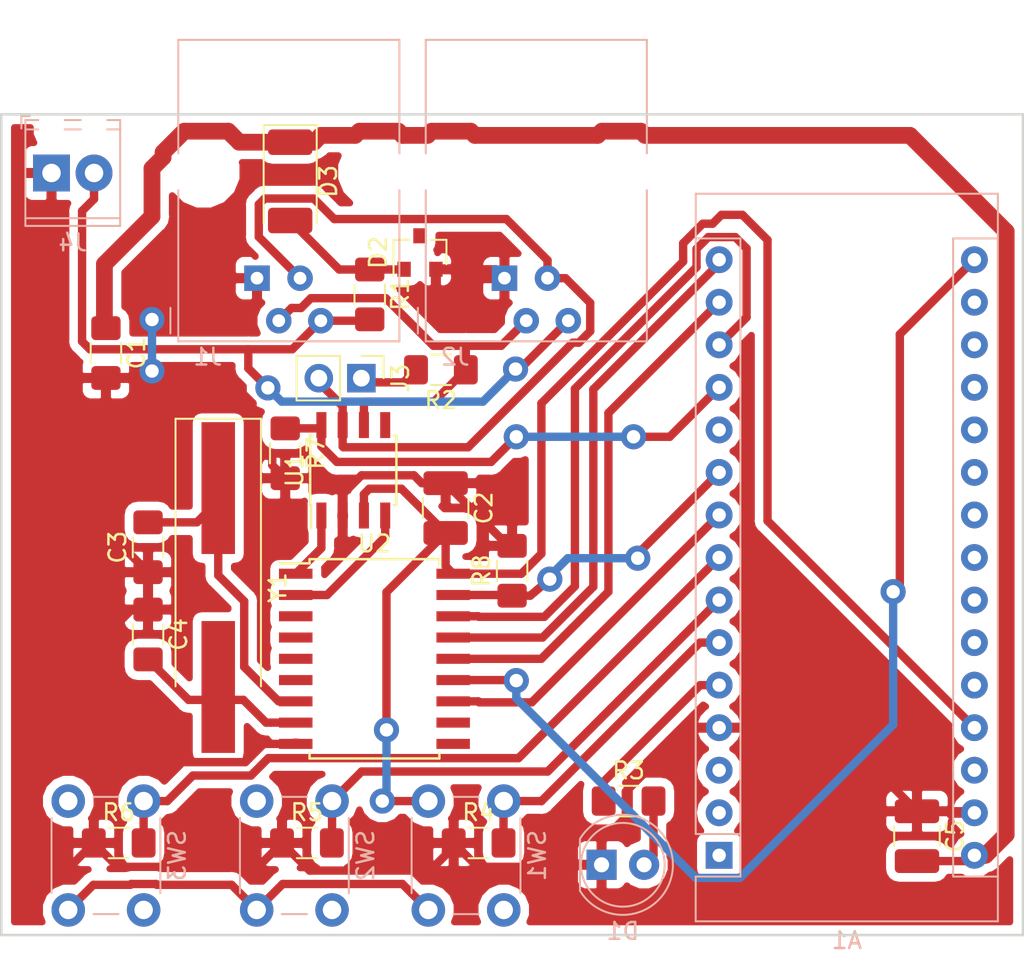
<source format=kicad_pcb>
(kicad_pcb (version 20171130) (host pcbnew "(5.0.2-4-gb601aea34)")

  (general
    (thickness 1.6)
    (drawings 4)
    (tracks 309)
    (zones 0)
    (modules 27)
    (nets 47)
  )

  (page A4)
  (layers
    (0 F.Cu signal)
    (31 B.Cu signal)
    (32 B.Adhes user)
    (33 F.Adhes user)
    (34 B.Paste user)
    (35 F.Paste user)
    (36 B.SilkS user)
    (37 F.SilkS user)
    (38 B.Mask user)
    (39 F.Mask user)
    (40 Dwgs.User user)
    (41 Cmts.User user)
    (42 Eco1.User user)
    (43 Eco2.User user)
    (44 Edge.Cuts user)
    (45 Margin user)
    (46 B.CrtYd user)
    (47 F.CrtYd user)
    (48 B.Fab user)
    (49 F.Fab user)
  )

  (setup
    (last_trace_width 0.5)
    (trace_clearance 0.3)
    (zone_clearance 0.508)
    (zone_45_only no)
    (trace_min 0.4)
    (segment_width 0.2)
    (edge_width 0.15)
    (via_size 1.5)
    (via_drill 0.8)
    (via_min_size 0.4)
    (via_min_drill 0.3)
    (uvia_size 0.3)
    (uvia_drill 0.1)
    (uvias_allowed no)
    (uvia_min_size 0.2)
    (uvia_min_drill 0.1)
    (pcb_text_width 0.3)
    (pcb_text_size 1.5 1.5)
    (mod_edge_width 0.15)
    (mod_text_size 1 1)
    (mod_text_width 0.15)
    (pad_size 1.524 1.524)
    (pad_drill 0.762)
    (pad_to_mask_clearance 0.051)
    (solder_mask_min_width 0.25)
    (aux_axis_origin 184 131)
    (visible_elements FFFFFF7F)
    (pcbplotparams
      (layerselection 0x01000_7fffffff)
      (usegerberextensions false)
      (usegerberattributes false)
      (usegerberadvancedattributes false)
      (creategerberjobfile false)
      (excludeedgelayer true)
      (linewidth 0.100000)
      (plotframeref false)
      (viasonmask false)
      (mode 1)
      (useauxorigin true)
      (hpglpennumber 1)
      (hpglpenspeed 20)
      (hpglpendiameter 15.000000)
      (psnegative false)
      (psa4output false)
      (plotreference true)
      (plotvalue true)
      (plotinvisibletext false)
      (padsonsilk false)
      (subtractmaskfromsilk false)
      (outputformat 1)
      (mirror false)
      (drillshape 0)
      (scaleselection 1)
      (outputdirectory ""))
  )

  (net 0 "")
  (net 1 "Net-(D1-Pad2)")
  (net 2 /Vin)
  (net 3 +5V)
  (net 4 GND)
  (net 5 /TXD)
  (net 6 /RXD)
  (net 7 "Net-(U1-Pad5)")
  (net 8 /CANL)
  (net 9 /CANH)
  (net 10 "Net-(U2-Pad3)")
  (net 11 "Net-(U2-Pad4)")
  (net 12 "Net-(U2-Pad5)")
  (net 13 "Net-(U2-Pad6)")
  (net 14 "Net-(C3-Pad2)")
  (net 15 "Net-(C4-Pad2)")
  (net 16 "Net-(U2-Pad10)")
  (net 17 "Net-(U2-Pad11)")
  (net 18 /int)
  (net 19 "Net-(A1-Pad1)")
  (net 20 "Net-(A1-Pad17)")
  (net 21 "Net-(A1-Pad2)")
  (net 22 "Net-(A1-Pad18)")
  (net 23 "Net-(A1-Pad3)")
  (net 24 "Net-(A1-Pad19)")
  (net 25 "Net-(A1-Pad20)")
  (net 26 "Net-(A1-Pad21)")
  (net 27 "Net-(A1-Pad22)")
  (net 28 "Net-(A1-Pad23)")
  (net 29 "Net-(A1-Pad24)")
  (net 30 "Net-(A1-Pad25)")
  (net 31 "Net-(A1-Pad26)")
  (net 32 "Net-(A1-Pad11)")
  (net 33 "Net-(A1-Pad28)")
  (net 34 "Net-(D2-Pad1)")
  (net 35 /LED)
  (net 36 /S1)
  (net 37 /S2)
  (net 38 /S3)
  (net 39 /XCDR_RST)
  (net 40 /CAN_RST)
  (net 41 /CS)
  (net 42 /SO)
  (net 43 /SI)
  (net 44 /SCK)
  (net 45 +12V)
  (net 46 "Net-(J3-Pad1)")

  (net_class Default "This is the default net class."
    (clearance 0.3)
    (trace_width 0.5)
    (via_dia 1.5)
    (via_drill 0.8)
    (uvia_dia 0.3)
    (uvia_drill 0.1)
    (diff_pair_gap 0.5)
    (diff_pair_width 0.5)
    (add_net +12V)
    (add_net +5V)
    (add_net /CANH)
    (add_net /CANL)
    (add_net /CAN_RST)
    (add_net /CS)
    (add_net /LED)
    (add_net /RXD)
    (add_net /S1)
    (add_net /S2)
    (add_net /S3)
    (add_net /SCK)
    (add_net /SI)
    (add_net /SO)
    (add_net /TXD)
    (add_net /Vin)
    (add_net /XCDR_RST)
    (add_net /int)
    (add_net GND)
    (add_net "Net-(A1-Pad1)")
    (add_net "Net-(A1-Pad11)")
    (add_net "Net-(A1-Pad17)")
    (add_net "Net-(A1-Pad18)")
    (add_net "Net-(A1-Pad19)")
    (add_net "Net-(A1-Pad2)")
    (add_net "Net-(A1-Pad20)")
    (add_net "Net-(A1-Pad21)")
    (add_net "Net-(A1-Pad22)")
    (add_net "Net-(A1-Pad23)")
    (add_net "Net-(A1-Pad24)")
    (add_net "Net-(A1-Pad25)")
    (add_net "Net-(A1-Pad26)")
    (add_net "Net-(A1-Pad28)")
    (add_net "Net-(A1-Pad3)")
    (add_net "Net-(C3-Pad2)")
    (add_net "Net-(C4-Pad2)")
    (add_net "Net-(D1-Pad2)")
    (add_net "Net-(D2-Pad1)")
    (add_net "Net-(J3-Pad1)")
    (add_net "Net-(U1-Pad5)")
    (add_net "Net-(U2-Pad10)")
    (add_net "Net-(U2-Pad11)")
    (add_net "Net-(U2-Pad3)")
    (add_net "Net-(U2-Pad4)")
    (add_net "Net-(U2-Pad5)")
    (add_net "Net-(U2-Pad6)")
  )

  (module Demo:RJ14 (layer B.Cu) (tedit 5C3D2AA8) (tstamp 5C49C402)
    (at 151.774223 94.320037)
    (descr "RJ12 connector  https://cdn.amphenol-icc.com/media/wysiwyg/files/drawing/c-bmj-0082.pdf")
    (tags "RJ12 connector")
    (path /5C2E7002)
    (fp_text reference J2 (at -1.67 2.16) (layer B.SilkS)
      (effects (font (size 1 1) (thickness 0.15)) (justify mirror))
    )
    (fp_text value RJ10 (at 3.54 -18.3) (layer B.Fab)
      (effects (font (size 1 1) (thickness 0.15)) (justify mirror))
    )
    (fp_line (start -3.43 0.48) (end -3.43 1.23) (layer B.Fab) (width 0.1))
    (fp_line (start -2.93 -0.02) (end -3.43 0.48) (layer B.Fab) (width 0.1))
    (fp_line (start -3.43 -0.52) (end -2.93 -0.02) (layer B.Fab) (width 0.1))
    (fp_line (start -3.9 -0.77) (end -3.9 0.76) (layer B.SilkS) (width 0.12))
    (fp_line (start -3.43 -7.79) (end -3.43 1.23) (layer B.SilkS) (width 0.12))
    (fp_line (start -3.43 -7.72) (end -3.43 -7.79) (layer B.SilkS) (width 0.1))
    (fp_line (start -3.43 -16.77) (end -3.43 -9.99) (layer B.SilkS) (width 0.12))
    (fp_line (start 9.77 -16.77) (end -3.43 -16.77) (layer B.SilkS) (width 0.12))
    (fp_line (start 9.77 -16.76) (end 9.77 -16.77) (layer B.SilkS) (width 0.1))
    (fp_line (start 9.77 -16.77) (end 9.77 -9.99) (layer B.SilkS) (width 0.12))
    (fp_line (start 9.77 -16.65) (end 9.77 -16.77) (layer B.SilkS) (width 0.1))
    (fp_line (start 9.77 1.23) (end 9.77 -7.79) (layer B.SilkS) (width 0.12))
    (fp_line (start -3.43 1.23) (end 9.77 1.23) (layer B.SilkS) (width 0.12))
    (fp_line (start -4.04 -17.27) (end -4.04 1.73) (layer B.CrtYd) (width 0.05))
    (fp_line (start 10.38 -17.27) (end -4.04 -17.27) (layer B.CrtYd) (width 0.05))
    (fp_line (start 10.38 1.73) (end 10.38 -17.27) (layer B.CrtYd) (width 0.05))
    (fp_line (start -4.04 1.73) (end 10.38 1.73) (layer B.CrtYd) (width 0.05))
    (fp_line (start 9.77 -16.77) (end -3.43 -16.77) (layer B.Fab) (width 0.1))
    (fp_line (start 9.77 1.23) (end 9.77 -16.77) (layer B.Fab) (width 0.1))
    (fp_line (start -3.43 1.23) (end 9.77 1.23) (layer B.Fab) (width 0.1))
    (fp_line (start -3.43 -16.77) (end -3.43 -0.52) (layer B.Fab) (width 0.1))
    (fp_text user %R (at 3.16 -7.76) (layer B.Fab)
      (effects (font (size 1 1) (thickness 0.15)) (justify mirror))
    )
    (pad "" np_thru_hole circle (at 8.25 -8.89) (size 3.25 3.25) (drill 3.25) (layers *.Cu *.Mask))
    (pad 4 thru_hole circle (at 5.08 0) (size 1.52 1.52) (drill 0.76) (layers *.Cu *.Mask)
      (net 2 /Vin))
    (pad 3 thru_hole circle (at 3.84 -2.54) (size 1.52 1.52) (drill 0.76) (layers *.Cu *.Mask)
      (net 9 /CANH))
    (pad 2 thru_hole circle (at 2.57 0) (size 1.52 1.52) (drill 0.76) (layers *.Cu *.Mask)
      (net 8 /CANL))
    (pad "" np_thru_hole circle (at -1.91 -8.89) (size 3.25 3.25) (drill 3.25) (layers *.Cu *.Mask))
    (pad 1 thru_hole rect (at 1.27 -2.54) (size 1.52 1.52) (drill 0.76) (layers *.Cu *.Mask)
      (net 4 GND))
    (model ${KISYS3DMOD}/Connector_RJ.3dshapes/RJ12_Amphenol_54601.wrl
      (at (xyz 0 0 0))
      (scale (xyz 1 1 1))
      (rotate (xyz 0 0 0))
    )
  )

  (module Demo:RJ14 (layer B.Cu) (tedit 5C3D2AA8) (tstamp 5C49C3E3)
    (at 137 94.320037)
    (descr "RJ12 connector  https://cdn.amphenol-icc.com/media/wysiwyg/files/drawing/c-bmj-0082.pdf")
    (tags "RJ12 connector")
    (path /5C2D5E50)
    (fp_text reference J1 (at -1.67 2.16) (layer B.SilkS)
      (effects (font (size 1 1) (thickness 0.15)) (justify mirror))
    )
    (fp_text value RJ10 (at 3.54 -18.3) (layer B.Fab)
      (effects (font (size 1 1) (thickness 0.15)) (justify mirror))
    )
    (fp_text user %R (at 3.16 -7.76) (layer B.Fab)
      (effects (font (size 1 1) (thickness 0.15)) (justify mirror))
    )
    (fp_line (start -3.43 -16.77) (end -3.43 -0.52) (layer B.Fab) (width 0.1))
    (fp_line (start -3.43 1.23) (end 9.77 1.23) (layer B.Fab) (width 0.1))
    (fp_line (start 9.77 1.23) (end 9.77 -16.77) (layer B.Fab) (width 0.1))
    (fp_line (start 9.77 -16.77) (end -3.43 -16.77) (layer B.Fab) (width 0.1))
    (fp_line (start -4.04 1.73) (end 10.38 1.73) (layer B.CrtYd) (width 0.05))
    (fp_line (start 10.38 1.73) (end 10.38 -17.27) (layer B.CrtYd) (width 0.05))
    (fp_line (start 10.38 -17.27) (end -4.04 -17.27) (layer B.CrtYd) (width 0.05))
    (fp_line (start -4.04 -17.27) (end -4.04 1.73) (layer B.CrtYd) (width 0.05))
    (fp_line (start -3.43 1.23) (end 9.77 1.23) (layer B.SilkS) (width 0.12))
    (fp_line (start 9.77 1.23) (end 9.77 -7.79) (layer B.SilkS) (width 0.12))
    (fp_line (start 9.77 -16.65) (end 9.77 -16.77) (layer B.SilkS) (width 0.1))
    (fp_line (start 9.77 -16.77) (end 9.77 -9.99) (layer B.SilkS) (width 0.12))
    (fp_line (start 9.77 -16.76) (end 9.77 -16.77) (layer B.SilkS) (width 0.1))
    (fp_line (start 9.77 -16.77) (end -3.43 -16.77) (layer B.SilkS) (width 0.12))
    (fp_line (start -3.43 -16.77) (end -3.43 -9.99) (layer B.SilkS) (width 0.12))
    (fp_line (start -3.43 -7.72) (end -3.43 -7.79) (layer B.SilkS) (width 0.1))
    (fp_line (start -3.43 -7.79) (end -3.43 1.23) (layer B.SilkS) (width 0.12))
    (fp_line (start -3.9 -0.77) (end -3.9 0.76) (layer B.SilkS) (width 0.12))
    (fp_line (start -3.43 -0.52) (end -2.93 -0.02) (layer B.Fab) (width 0.1))
    (fp_line (start -2.93 -0.02) (end -3.43 0.48) (layer B.Fab) (width 0.1))
    (fp_line (start -3.43 0.48) (end -3.43 1.23) (layer B.Fab) (width 0.1))
    (pad 1 thru_hole rect (at 1.27 -2.54) (size 1.52 1.52) (drill 0.76) (layers *.Cu *.Mask)
      (net 4 GND))
    (pad "" np_thru_hole circle (at -1.91 -8.89) (size 3.25 3.25) (drill 3.25) (layers *.Cu *.Mask))
    (pad 2 thru_hole circle (at 2.57 0) (size 1.52 1.52) (drill 0.76) (layers *.Cu *.Mask)
      (net 8 /CANL))
    (pad 3 thru_hole circle (at 3.84 -2.54) (size 1.52 1.52) (drill 0.76) (layers *.Cu *.Mask)
      (net 9 /CANH))
    (pad 4 thru_hole circle (at 5.08 0) (size 1.52 1.52) (drill 0.76) (layers *.Cu *.Mask)
      (net 2 /Vin))
    (pad "" np_thru_hole circle (at 8.25 -8.89) (size 3.25 3.25) (drill 3.25) (layers *.Cu *.Mask))
    (model ${KISYS3DMOD}/Connector_RJ.3dshapes/RJ12_Amphenol_54601.wrl
      (at (xyz 0 0 0))
      (scale (xyz 1 1 1))
      (rotate (xyz 0 0 0))
    )
  )

  (module Button_Switch_THT:SW_PUSH_6mm_H4.3mm (layer B.Cu) (tedit 5A02FE31) (tstamp 5C3CBEFD)
    (at 131.5 129.5 90)
    (descr "tactile push button, 6x6mm e.g. PHAP33xx series, height=4.3mm")
    (tags "tact sw push 6mm")
    (path /5C35606B)
    (fp_text reference SW3 (at 3.25 2 90) (layer B.SilkS)
      (effects (font (size 1 1) (thickness 0.15)) (justify mirror))
    )
    (fp_text value SW_Push (at 3.75 -6.7 90) (layer B.Fab)
      (effects (font (size 1 1) (thickness 0.15)) (justify mirror))
    )
    (fp_text user %R (at 3.25 -2.25 90) (layer B.Fab)
      (effects (font (size 1 1) (thickness 0.15)) (justify mirror))
    )
    (fp_line (start 3.25 0.75) (end 6.25 0.75) (layer B.Fab) (width 0.1))
    (fp_line (start 6.25 0.75) (end 6.25 -5.25) (layer B.Fab) (width 0.1))
    (fp_line (start 6.25 -5.25) (end 0.25 -5.25) (layer B.Fab) (width 0.1))
    (fp_line (start 0.25 -5.25) (end 0.25 0.75) (layer B.Fab) (width 0.1))
    (fp_line (start 0.25 0.75) (end 3.25 0.75) (layer B.Fab) (width 0.1))
    (fp_line (start 7.75 -6) (end 8 -6) (layer B.CrtYd) (width 0.05))
    (fp_line (start 8 -6) (end 8 -5.75) (layer B.CrtYd) (width 0.05))
    (fp_line (start 7.75 1.5) (end 8 1.5) (layer B.CrtYd) (width 0.05))
    (fp_line (start 8 1.5) (end 8 1.25) (layer B.CrtYd) (width 0.05))
    (fp_line (start -1.5 1.25) (end -1.5 1.5) (layer B.CrtYd) (width 0.05))
    (fp_line (start -1.5 1.5) (end -1.25 1.5) (layer B.CrtYd) (width 0.05))
    (fp_line (start -1.5 -5.75) (end -1.5 -6) (layer B.CrtYd) (width 0.05))
    (fp_line (start -1.5 -6) (end -1.25 -6) (layer B.CrtYd) (width 0.05))
    (fp_line (start -1.25 1.5) (end 7.75 1.5) (layer B.CrtYd) (width 0.05))
    (fp_line (start -1.5 -5.75) (end -1.5 1.25) (layer B.CrtYd) (width 0.05))
    (fp_line (start 7.75 -6) (end -1.25 -6) (layer B.CrtYd) (width 0.05))
    (fp_line (start 8 1.25) (end 8 -5.75) (layer B.CrtYd) (width 0.05))
    (fp_line (start 1 -5.5) (end 5.5 -5.5) (layer B.SilkS) (width 0.12))
    (fp_line (start -0.25 -1.5) (end -0.25 -3) (layer B.SilkS) (width 0.12))
    (fp_line (start 5.5 1) (end 1 1) (layer B.SilkS) (width 0.12))
    (fp_line (start 6.75 -3) (end 6.75 -1.5) (layer B.SilkS) (width 0.12))
    (fp_circle (center 3.25 -2.25) (end 1.25 -2.5) (layer B.Fab) (width 0.1))
    (pad 2 thru_hole circle (at 0 -4.5) (size 2 2) (drill 1.1) (layers *.Cu *.Mask)
      (net 3 +5V))
    (pad 1 thru_hole circle (at 0 0) (size 2 2) (drill 1.1) (layers *.Cu *.Mask)
      (net 38 /S3))
    (pad 2 thru_hole circle (at 6.5 -4.5) (size 2 2) (drill 1.1) (layers *.Cu *.Mask)
      (net 3 +5V))
    (pad 1 thru_hole circle (at 6.5 0) (size 2 2) (drill 1.1) (layers *.Cu *.Mask)
      (net 38 /S3))
    (model ${KISYS3DMOD}/Button_Switch_THT.3dshapes/SW_PUSH_6mm_H4.3mm.wrl
      (at (xyz 0 0 0))
      (scale (xyz 1 1 1))
      (rotate (xyz 0 0 0))
    )
  )

  (module Button_Switch_THT:SW_PUSH_6mm_H4.3mm (layer B.Cu) (tedit 5A02FE31) (tstamp 5C3CBEDF)
    (at 142.75 129.5 90)
    (descr "tactile push button, 6x6mm e.g. PHAP33xx series, height=4.3mm")
    (tags "tact sw push 6mm")
    (path /5C2F9856)
    (fp_text reference SW2 (at 3.25 2 90) (layer B.SilkS)
      (effects (font (size 1 1) (thickness 0.15)) (justify mirror))
    )
    (fp_text value SW_Push (at 3.75 -6.7 90) (layer B.Fab)
      (effects (font (size 1 1) (thickness 0.15)) (justify mirror))
    )
    (fp_circle (center 3.25 -2.25) (end 1.25 -2.5) (layer B.Fab) (width 0.1))
    (fp_line (start 6.75 -3) (end 6.75 -1.5) (layer B.SilkS) (width 0.12))
    (fp_line (start 5.5 1) (end 1 1) (layer B.SilkS) (width 0.12))
    (fp_line (start -0.25 -1.5) (end -0.25 -3) (layer B.SilkS) (width 0.12))
    (fp_line (start 1 -5.5) (end 5.5 -5.5) (layer B.SilkS) (width 0.12))
    (fp_line (start 8 1.25) (end 8 -5.75) (layer B.CrtYd) (width 0.05))
    (fp_line (start 7.75 -6) (end -1.25 -6) (layer B.CrtYd) (width 0.05))
    (fp_line (start -1.5 -5.75) (end -1.5 1.25) (layer B.CrtYd) (width 0.05))
    (fp_line (start -1.25 1.5) (end 7.75 1.5) (layer B.CrtYd) (width 0.05))
    (fp_line (start -1.5 -6) (end -1.25 -6) (layer B.CrtYd) (width 0.05))
    (fp_line (start -1.5 -5.75) (end -1.5 -6) (layer B.CrtYd) (width 0.05))
    (fp_line (start -1.5 1.5) (end -1.25 1.5) (layer B.CrtYd) (width 0.05))
    (fp_line (start -1.5 1.25) (end -1.5 1.5) (layer B.CrtYd) (width 0.05))
    (fp_line (start 8 1.5) (end 8 1.25) (layer B.CrtYd) (width 0.05))
    (fp_line (start 7.75 1.5) (end 8 1.5) (layer B.CrtYd) (width 0.05))
    (fp_line (start 8 -6) (end 8 -5.75) (layer B.CrtYd) (width 0.05))
    (fp_line (start 7.75 -6) (end 8 -6) (layer B.CrtYd) (width 0.05))
    (fp_line (start 0.25 0.75) (end 3.25 0.75) (layer B.Fab) (width 0.1))
    (fp_line (start 0.25 -5.25) (end 0.25 0.75) (layer B.Fab) (width 0.1))
    (fp_line (start 6.25 -5.25) (end 0.25 -5.25) (layer B.Fab) (width 0.1))
    (fp_line (start 6.25 0.75) (end 6.25 -5.25) (layer B.Fab) (width 0.1))
    (fp_line (start 3.25 0.75) (end 6.25 0.75) (layer B.Fab) (width 0.1))
    (fp_text user %R (at 3.25 -2.25 90) (layer B.Fab)
      (effects (font (size 1 1) (thickness 0.15)) (justify mirror))
    )
    (pad 1 thru_hole circle (at 6.5 0) (size 2 2) (drill 1.1) (layers *.Cu *.Mask)
      (net 37 /S2))
    (pad 2 thru_hole circle (at 6.5 -4.5) (size 2 2) (drill 1.1) (layers *.Cu *.Mask)
      (net 3 +5V))
    (pad 1 thru_hole circle (at 0 0) (size 2 2) (drill 1.1) (layers *.Cu *.Mask)
      (net 37 /S2))
    (pad 2 thru_hole circle (at 0 -4.5) (size 2 2) (drill 1.1) (layers *.Cu *.Mask)
      (net 3 +5V))
    (model ${KISYS3DMOD}/Button_Switch_THT.3dshapes/SW_PUSH_6mm_H4.3mm.wrl
      (at (xyz 0 0 0))
      (scale (xyz 1 1 1))
      (rotate (xyz 0 0 0))
    )
  )

  (module Button_Switch_THT:SW_PUSH_6mm_H4.3mm (layer B.Cu) (tedit 5A02FE31) (tstamp 5C3CBEC1)
    (at 153 129.5 90)
    (descr "tactile push button, 6x6mm e.g. PHAP33xx series, height=4.3mm")
    (tags "tact sw push 6mm")
    (path /5C3540A6)
    (fp_text reference SW1 (at 3.25 2 90) (layer B.SilkS)
      (effects (font (size 1 1) (thickness 0.15)) (justify mirror))
    )
    (fp_text value SW_Push (at 3.75 -6.7 90) (layer B.Fab)
      (effects (font (size 1 1) (thickness 0.15)) (justify mirror))
    )
    (fp_text user %R (at 3.25 -2.25 90) (layer B.Fab)
      (effects (font (size 1 1) (thickness 0.15)) (justify mirror))
    )
    (fp_line (start 3.25 0.75) (end 6.25 0.75) (layer B.Fab) (width 0.1))
    (fp_line (start 6.25 0.75) (end 6.25 -5.25) (layer B.Fab) (width 0.1))
    (fp_line (start 6.25 -5.25) (end 0.25 -5.25) (layer B.Fab) (width 0.1))
    (fp_line (start 0.25 -5.25) (end 0.25 0.75) (layer B.Fab) (width 0.1))
    (fp_line (start 0.25 0.75) (end 3.25 0.75) (layer B.Fab) (width 0.1))
    (fp_line (start 7.75 -6) (end 8 -6) (layer B.CrtYd) (width 0.05))
    (fp_line (start 8 -6) (end 8 -5.75) (layer B.CrtYd) (width 0.05))
    (fp_line (start 7.75 1.5) (end 8 1.5) (layer B.CrtYd) (width 0.05))
    (fp_line (start 8 1.5) (end 8 1.25) (layer B.CrtYd) (width 0.05))
    (fp_line (start -1.5 1.25) (end -1.5 1.5) (layer B.CrtYd) (width 0.05))
    (fp_line (start -1.5 1.5) (end -1.25 1.5) (layer B.CrtYd) (width 0.05))
    (fp_line (start -1.5 -5.75) (end -1.5 -6) (layer B.CrtYd) (width 0.05))
    (fp_line (start -1.5 -6) (end -1.25 -6) (layer B.CrtYd) (width 0.05))
    (fp_line (start -1.25 1.5) (end 7.75 1.5) (layer B.CrtYd) (width 0.05))
    (fp_line (start -1.5 -5.75) (end -1.5 1.25) (layer B.CrtYd) (width 0.05))
    (fp_line (start 7.75 -6) (end -1.25 -6) (layer B.CrtYd) (width 0.05))
    (fp_line (start 8 1.25) (end 8 -5.75) (layer B.CrtYd) (width 0.05))
    (fp_line (start 1 -5.5) (end 5.5 -5.5) (layer B.SilkS) (width 0.12))
    (fp_line (start -0.25 -1.5) (end -0.25 -3) (layer B.SilkS) (width 0.12))
    (fp_line (start 5.5 1) (end 1 1) (layer B.SilkS) (width 0.12))
    (fp_line (start 6.75 -3) (end 6.75 -1.5) (layer B.SilkS) (width 0.12))
    (fp_circle (center 3.25 -2.25) (end 1.25 -2.5) (layer B.Fab) (width 0.1))
    (pad 2 thru_hole circle (at 0 -4.5) (size 2 2) (drill 1.1) (layers *.Cu *.Mask)
      (net 3 +5V))
    (pad 1 thru_hole circle (at 0 0) (size 2 2) (drill 1.1) (layers *.Cu *.Mask)
      (net 36 /S1))
    (pad 2 thru_hole circle (at 6.5 -4.5) (size 2 2) (drill 1.1) (layers *.Cu *.Mask)
      (net 3 +5V))
    (pad 1 thru_hole circle (at 6.5 0) (size 2 2) (drill 1.1) (layers *.Cu *.Mask)
      (net 36 /S1))
    (model ${KISYS3DMOD}/Button_Switch_THT.3dshapes/SW_PUSH_6mm_H4.3mm.wrl
      (at (xyz 0 0 0))
      (scale (xyz 1 1 1))
      (rotate (xyz 0 0 0))
    )
  )

  (module Capacitor_SMD:C_1210_3225Metric_Pad1.42x2.65mm_HandSolder (layer F.Cu) (tedit 5B301BBE) (tstamp 5C3CBE51)
    (at 177.673 125.095 270)
    (descr "Capacitor SMD 1210 (3225 Metric), square (rectangular) end terminal, IPC_7351 nominal with elongated pad for handsoldering. (Body size source: http://www.tortai-tech.com/upload/download/2011102023233369053.pdf), generated with kicad-footprint-generator")
    (tags "capacitor handsolder")
    (path /5C2D62FB)
    (attr smd)
    (fp_text reference C5 (at 0 -2.28 270) (layer F.SilkS)
      (effects (font (size 1 1) (thickness 0.15)))
    )
    (fp_text value 0.1uF (at 0 2.28 270) (layer F.Fab)
      (effects (font (size 1 1) (thickness 0.15)))
    )
    (fp_line (start -1.6 1.25) (end -1.6 -1.25) (layer F.Fab) (width 0.1))
    (fp_line (start -1.6 -1.25) (end 1.6 -1.25) (layer F.Fab) (width 0.1))
    (fp_line (start 1.6 -1.25) (end 1.6 1.25) (layer F.Fab) (width 0.1))
    (fp_line (start 1.6 1.25) (end -1.6 1.25) (layer F.Fab) (width 0.1))
    (fp_line (start -0.602064 -1.36) (end 0.602064 -1.36) (layer F.SilkS) (width 0.12))
    (fp_line (start -0.602064 1.36) (end 0.602064 1.36) (layer F.SilkS) (width 0.12))
    (fp_line (start -2.45 1.58) (end -2.45 -1.58) (layer F.CrtYd) (width 0.05))
    (fp_line (start -2.45 -1.58) (end 2.45 -1.58) (layer F.CrtYd) (width 0.05))
    (fp_line (start 2.45 -1.58) (end 2.45 1.58) (layer F.CrtYd) (width 0.05))
    (fp_line (start 2.45 1.58) (end -2.45 1.58) (layer F.CrtYd) (width 0.05))
    (fp_text user %R (at 0 0 270) (layer F.Fab)
      (effects (font (size 0.8 0.8) (thickness 0.12)))
    )
    (pad 1 smd roundrect (at -1.4875 0 270) (size 1.425 2.65) (layers F.Cu F.Paste F.Mask) (roundrect_rratio 0.175439)
      (net 4 GND))
    (pad 2 smd roundrect (at 1.4875 0 270) (size 1.425 2.65) (layers F.Cu F.Paste F.Mask) (roundrect_rratio 0.175439)
      (net 45 +12V))
    (model ${KISYS3DMOD}/Capacitor_SMD.3dshapes/C_1210_3225Metric.wrl
      (at (xyz 0 0 0))
      (scale (xyz 1 1 1))
      (rotate (xyz 0 0 0))
    )
  )

  (module Connector_PinHeader_2.54mm:PinHeader_1x02_P2.54mm_Vertical (layer F.Cu) (tedit 59FED5CC) (tstamp 5C3CBE1C)
    (at 144.5 97.75 270)
    (descr "Through hole straight pin header, 1x02, 2.54mm pitch, single row")
    (tags "Through hole pin header THT 1x02 2.54mm single row")
    (path /5C2EB27F)
    (fp_text reference J3 (at 0 -2.33 270) (layer F.SilkS)
      (effects (font (size 1 1) (thickness 0.15)))
    )
    (fp_text value Conn_01x02_Male (at 0 4.87 270) (layer F.Fab)
      (effects (font (size 1 1) (thickness 0.15)))
    )
    (fp_line (start -0.635 -1.27) (end 1.27 -1.27) (layer F.Fab) (width 0.1))
    (fp_line (start 1.27 -1.27) (end 1.27 3.81) (layer F.Fab) (width 0.1))
    (fp_line (start 1.27 3.81) (end -1.27 3.81) (layer F.Fab) (width 0.1))
    (fp_line (start -1.27 3.81) (end -1.27 -0.635) (layer F.Fab) (width 0.1))
    (fp_line (start -1.27 -0.635) (end -0.635 -1.27) (layer F.Fab) (width 0.1))
    (fp_line (start -1.33 3.87) (end 1.33 3.87) (layer F.SilkS) (width 0.12))
    (fp_line (start -1.33 1.27) (end -1.33 3.87) (layer F.SilkS) (width 0.12))
    (fp_line (start 1.33 1.27) (end 1.33 3.87) (layer F.SilkS) (width 0.12))
    (fp_line (start -1.33 1.27) (end 1.33 1.27) (layer F.SilkS) (width 0.12))
    (fp_line (start -1.33 0) (end -1.33 -1.33) (layer F.SilkS) (width 0.12))
    (fp_line (start -1.33 -1.33) (end 0 -1.33) (layer F.SilkS) (width 0.12))
    (fp_line (start -1.8 -1.8) (end -1.8 4.35) (layer F.CrtYd) (width 0.05))
    (fp_line (start -1.8 4.35) (end 1.8 4.35) (layer F.CrtYd) (width 0.05))
    (fp_line (start 1.8 4.35) (end 1.8 -1.8) (layer F.CrtYd) (width 0.05))
    (fp_line (start 1.8 -1.8) (end -1.8 -1.8) (layer F.CrtYd) (width 0.05))
    (fp_text user %R (at 0 1.27) (layer F.Fab)
      (effects (font (size 1 1) (thickness 0.15)))
    )
    (pad 1 thru_hole rect (at 0 0 270) (size 1.7 1.7) (drill 1) (layers *.Cu *.Mask)
      (net 46 "Net-(J3-Pad1)"))
    (pad 2 thru_hole oval (at 0 2.54 270) (size 1.7 1.7) (drill 1) (layers *.Cu *.Mask)
      (net 9 /CANH))
    (model ${KISYS3DMOD}/Connector_PinHeader_2.54mm.3dshapes/PinHeader_1x02_P2.54mm_Vertical.wrl
      (at (xyz 0 0 0))
      (scale (xyz 1 1 1))
      (rotate (xyz 0 0 0))
    )
  )

  (module Diode_SMD:D_2010_5025Metric_Pad1.52x2.65mm_HandSolder (layer F.Cu) (tedit 5B4B45C8) (tstamp 5C3CBD64)
    (at 140.25 86 270)
    (descr "Diode SMD 2010 (5025 Metric), square (rectangular) end terminal, IPC_7351 nominal, (Body size source: http://www.tortai-tech.com/upload/download/2011102023233369053.pdf), generated with kicad-footprint-generator")
    (tags "diode handsolder")
    (path /5C2D251F)
    (attr smd)
    (fp_text reference D3 (at 0 -2.28 270) (layer F.SilkS)
      (effects (font (size 1 1) (thickness 0.15)))
    )
    (fp_text value D_Schottky (at 0 2.28 270) (layer F.Fab)
      (effects (font (size 1 1) (thickness 0.15)))
    )
    (fp_line (start 2.5 -1.25) (end -1.875 -1.25) (layer F.Fab) (width 0.1))
    (fp_line (start -1.875 -1.25) (end -2.5 -0.625) (layer F.Fab) (width 0.1))
    (fp_line (start -2.5 -0.625) (end -2.5 1.25) (layer F.Fab) (width 0.1))
    (fp_line (start -2.5 1.25) (end 2.5 1.25) (layer F.Fab) (width 0.1))
    (fp_line (start 2.5 1.25) (end 2.5 -1.25) (layer F.Fab) (width 0.1))
    (fp_line (start 2.5 -1.585) (end -3.36 -1.585) (layer F.SilkS) (width 0.12))
    (fp_line (start -3.36 -1.585) (end -3.36 1.585) (layer F.SilkS) (width 0.12))
    (fp_line (start -3.36 1.585) (end 2.5 1.585) (layer F.SilkS) (width 0.12))
    (fp_line (start -3.35 1.58) (end -3.35 -1.58) (layer F.CrtYd) (width 0.05))
    (fp_line (start -3.35 -1.58) (end 3.35 -1.58) (layer F.CrtYd) (width 0.05))
    (fp_line (start 3.35 -1.58) (end 3.35 1.58) (layer F.CrtYd) (width 0.05))
    (fp_line (start 3.35 1.58) (end -3.35 1.58) (layer F.CrtYd) (width 0.05))
    (fp_text user %R (at 0 0 270) (layer F.Fab)
      (effects (font (size 1 1) (thickness 0.15)))
    )
    (pad 1 smd roundrect (at -2.3375 0 270) (size 1.525 2.65) (layers F.Cu F.Paste F.Mask) (roundrect_rratio 0.163934)
      (net 45 +12V))
    (pad 2 smd roundrect (at 2.3375 0 270) (size 1.525 2.65) (layers F.Cu F.Paste F.Mask) (roundrect_rratio 0.163934)
      (net 34 "Net-(D2-Pad1)"))
    (model ${KISYS3DMOD}/Diode_SMD.3dshapes/D_2010_5025Metric.wrl
      (at (xyz 0 0 0))
      (scale (xyz 1 1 1))
      (rotate (xyz 0 0 0))
    )
  )

  (module TerminalBlock_Phoenix:TerminalBlock_Phoenix_MPT-0,5-2-2.54_1x02_P2.54mm_Horizontal (layer B.Cu) (tedit 5B294F98) (tstamp 5C3C0AE4)
    (at 126 85.5)
    (descr "Terminal Block Phoenix MPT-0,5-2-2.54, 2 pins, pitch 2.54mm, size 5.54x6.2mm^2, drill diamater 1.1mm, pad diameter 2.2mm, see http://www.mouser.com/ds/2/324/ItemDetail_1725656-920552.pdf, script-generated using https://github.com/pointhi/kicad-footprint-generator/scripts/TerminalBlock_Phoenix")
    (tags "THT Terminal Block Phoenix MPT-0,5-2-2.54 pitch 2.54mm size 5.54x6.2mm^2 drill 1.1mm pad 2.2mm")
    (path /5C309D2D)
    (fp_text reference J4 (at 1.27 4.16) (layer B.SilkS)
      (effects (font (size 1 1) (thickness 0.15)) (justify mirror))
    )
    (fp_text value PWR (at 1.27 -4.16) (layer B.Fab)
      (effects (font (size 1 1) (thickness 0.15)) (justify mirror))
    )
    (fp_circle (center 0 0) (end 1.1 0) (layer B.Fab) (width 0.1))
    (fp_circle (center 2.54 0) (end 3.64 0) (layer B.Fab) (width 0.1))
    (fp_line (start -1.5 3.1) (end 4.04 3.1) (layer B.Fab) (width 0.1))
    (fp_line (start 4.04 3.1) (end 4.04 -3.1) (layer B.Fab) (width 0.1))
    (fp_line (start 4.04 -3.1) (end -1 -3.1) (layer B.Fab) (width 0.1))
    (fp_line (start -1 -3.1) (end -1.5 -2.6) (layer B.Fab) (width 0.1))
    (fp_line (start -1.5 -2.6) (end -1.5 3.1) (layer B.Fab) (width 0.1))
    (fp_line (start -1.5 -2.6) (end 4.04 -2.6) (layer B.Fab) (width 0.1))
    (fp_line (start -1.56 -2.6) (end -0.79 -2.6) (layer B.SilkS) (width 0.12))
    (fp_line (start 0.79 -2.6) (end 1.75 -2.6) (layer B.SilkS) (width 0.12))
    (fp_line (start 3.33 -2.6) (end 4.1 -2.6) (layer B.SilkS) (width 0.12))
    (fp_line (start -1.5 2.7) (end 4.04 2.7) (layer B.Fab) (width 0.1))
    (fp_line (start -1.56 2.7) (end 4.1 2.7) (layer B.SilkS) (width 0.12))
    (fp_line (start -1.56 3.16) (end 4.1 3.16) (layer B.SilkS) (width 0.12))
    (fp_line (start -1.56 -3.16) (end -0.79 -3.16) (layer B.SilkS) (width 0.12))
    (fp_line (start 0.79 -3.16) (end 1.75 -3.16) (layer B.SilkS) (width 0.12))
    (fp_line (start 3.33 -3.16) (end 4.1 -3.16) (layer B.SilkS) (width 0.12))
    (fp_line (start -1.56 3.16) (end -1.56 -3.16) (layer B.SilkS) (width 0.12))
    (fp_line (start 4.1 3.16) (end 4.1 -3.16) (layer B.SilkS) (width 0.12))
    (fp_line (start 0.835 0.7) (end -0.701 -0.835) (layer B.Fab) (width 0.1))
    (fp_line (start 0.701 0.835) (end -0.835 -0.7) (layer B.Fab) (width 0.1))
    (fp_line (start 3.375 0.7) (end 1.84 -0.835) (layer B.Fab) (width 0.1))
    (fp_line (start 3.241 0.835) (end 1.706 -0.7) (layer B.Fab) (width 0.1))
    (fp_line (start -1.8 -2.66) (end -1.8 -3.4) (layer B.SilkS) (width 0.12))
    (fp_line (start -1.8 -3.4) (end -1.3 -3.4) (layer B.SilkS) (width 0.12))
    (fp_line (start -2 3.6) (end -2 -3.6) (layer B.CrtYd) (width 0.05))
    (fp_line (start -2 -3.6) (end 4.54 -3.6) (layer B.CrtYd) (width 0.05))
    (fp_line (start 4.54 -3.6) (end 4.54 3.6) (layer B.CrtYd) (width 0.05))
    (fp_line (start 4.54 3.6) (end -2 3.6) (layer B.CrtYd) (width 0.05))
    (fp_text user %R (at 1.27 -2) (layer B.Fab)
      (effects (font (size 1 1) (thickness 0.15)) (justify mirror))
    )
    (pad 1 thru_hole rect (at 0 0) (size 2.2 2.2) (drill 1.1) (layers *.Cu *.Mask)
      (net 4 GND))
    (pad "" np_thru_hole circle (at 0 -2.54) (size 1.1 1.1) (drill 1.1) (layers *.Cu *.Mask))
    (pad 2 thru_hole circle (at 2.54 0) (size 2.2 2.2) (drill 1.1) (layers *.Cu *.Mask)
      (net 2 /Vin))
    (pad "" np_thru_hole circle (at 2.54 -2.54) (size 1.1 1.1) (drill 1.1) (layers *.Cu *.Mask))
    (model ${KISYS3DMOD}/TerminalBlock_Phoenix.3dshapes/TerminalBlock_Phoenix_MPT-0,5-2-2.54_1x02_P2.54mm_Horizontal.wrl
      (at (xyz 0 0 0))
      (scale (xyz 1 1 1))
      (rotate (xyz 0 0 0))
    )
  )

  (module LED_THT:LED_D5.0mm (layer B.Cu) (tedit 5995936A) (tstamp 5C4772F0)
    (at 158.840405 126.80425)
    (descr "LED, diameter 5.0mm, 2 pins, http://cdn-reichelt.de/documents/datenblatt/A500/LL-504BC2E-009.pdf")
    (tags "LED diameter 5.0mm 2 pins")
    (path /5C33B2CD)
    (fp_text reference D1 (at 1.27 3.96) (layer B.SilkS)
      (effects (font (size 1 1) (thickness 0.15)) (justify mirror))
    )
    (fp_text value LED (at 1.27 -3.96) (layer B.Fab)
      (effects (font (size 1 1) (thickness 0.15)) (justify mirror))
    )
    (fp_arc (start 1.27 0) (end -1.23 1.469694) (angle -299.1) (layer B.Fab) (width 0.1))
    (fp_arc (start 1.27 0) (end -1.29 1.54483) (angle -148.9) (layer B.SilkS) (width 0.12))
    (fp_arc (start 1.27 0) (end -1.29 -1.54483) (angle 148.9) (layer B.SilkS) (width 0.12))
    (fp_circle (center 1.27 0) (end 3.77 0) (layer B.Fab) (width 0.1))
    (fp_circle (center 1.27 0) (end 3.77 0) (layer B.SilkS) (width 0.12))
    (fp_line (start -1.23 1.469694) (end -1.23 -1.469694) (layer B.Fab) (width 0.1))
    (fp_line (start -1.29 1.545) (end -1.29 -1.545) (layer B.SilkS) (width 0.12))
    (fp_line (start -1.95 3.25) (end -1.95 -3.25) (layer B.CrtYd) (width 0.05))
    (fp_line (start -1.95 -3.25) (end 4.5 -3.25) (layer B.CrtYd) (width 0.05))
    (fp_line (start 4.5 -3.25) (end 4.5 3.25) (layer B.CrtYd) (width 0.05))
    (fp_line (start 4.5 3.25) (end -1.95 3.25) (layer B.CrtYd) (width 0.05))
    (fp_text user %R (at 1.25 0) (layer B.Fab)
      (effects (font (size 0.8 0.8) (thickness 0.2)) (justify mirror))
    )
    (pad 1 thru_hole rect (at 0 0) (size 1.8 1.8) (drill 0.9) (layers *.Cu *.Mask)
      (net 4 GND))
    (pad 2 thru_hole circle (at 2.54 0) (size 1.8 1.8) (drill 0.9) (layers *.Cu *.Mask)
      (net 1 "Net-(D1-Pad2)"))
    (model ${KISYS3DMOD}/LED_THT.3dshapes/LED_D5.0mm.wrl
      (at (xyz 0 0 0))
      (scale (xyz 1 1 1))
      (rotate (xyz 0 0 0))
    )
  )

  (module Package_TO_SOT_SMD:SOT-23 (layer F.Cu) (tedit 5A02FF57) (tstamp 5C2E9947)
    (at 148 90.25 90)
    (descr "SOT-23, Standard")
    (tags SOT-23)
    (path /5C2D26DA)
    (attr smd)
    (fp_text reference D2 (at 0 -2.5 90) (layer F.SilkS)
      (effects (font (size 1 1) (thickness 0.15)))
    )
    (fp_text value 12V (at 0 2.5 90) (layer F.Fab)
      (effects (font (size 1 1) (thickness 0.15)))
    )
    (fp_text user %R (at 0 0 -180) (layer F.Fab)
      (effects (font (size 0.5 0.5) (thickness 0.075)))
    )
    (fp_line (start -0.7 -0.95) (end -0.7 1.5) (layer F.Fab) (width 0.1))
    (fp_line (start -0.15 -1.52) (end 0.7 -1.52) (layer F.Fab) (width 0.1))
    (fp_line (start -0.7 -0.95) (end -0.15 -1.52) (layer F.Fab) (width 0.1))
    (fp_line (start 0.7 -1.52) (end 0.7 1.52) (layer F.Fab) (width 0.1))
    (fp_line (start -0.7 1.52) (end 0.7 1.52) (layer F.Fab) (width 0.1))
    (fp_line (start 0.76 1.58) (end 0.76 0.65) (layer F.SilkS) (width 0.12))
    (fp_line (start 0.76 -1.58) (end 0.76 -0.65) (layer F.SilkS) (width 0.12))
    (fp_line (start -1.7 -1.75) (end 1.7 -1.75) (layer F.CrtYd) (width 0.05))
    (fp_line (start 1.7 -1.75) (end 1.7 1.75) (layer F.CrtYd) (width 0.05))
    (fp_line (start 1.7 1.75) (end -1.7 1.75) (layer F.CrtYd) (width 0.05))
    (fp_line (start -1.7 1.75) (end -1.7 -1.75) (layer F.CrtYd) (width 0.05))
    (fp_line (start 0.76 -1.58) (end -1.4 -1.58) (layer F.SilkS) (width 0.12))
    (fp_line (start 0.76 1.58) (end -0.7 1.58) (layer F.SilkS) (width 0.12))
    (pad 1 smd rect (at -1 -0.95 90) (size 0.9 0.8) (layers F.Cu F.Paste F.Mask)
      (net 34 "Net-(D2-Pad1)"))
    (pad 2 smd rect (at -1 0.95 90) (size 0.9 0.8) (layers F.Cu F.Paste F.Mask)
      (net 4 GND))
    (pad 3 smd rect (at 1 0 90) (size 0.9 0.8) (layers F.Cu F.Paste F.Mask))
    (model ${KISYS3DMOD}/Package_TO_SOT_SMD.3dshapes/SOT-23.wrl
      (at (xyz 0 0 0))
      (scale (xyz 1 1 1))
      (rotate (xyz 0 0 0))
    )
  )

  (module Resistor_SMD:R_1206_3216Metric_Pad1.42x1.75mm_HandSolder (layer F.Cu) (tedit 5B301BBD) (tstamp 5C2E9946)
    (at 153.5 109.25 90)
    (descr "Resistor SMD 1206 (3216 Metric), square (rectangular) end terminal, IPC_7351 nominal with elongated pad for handsoldering. (Body size source: http://www.tortai-tech.com/upload/download/2011102023233369053.pdf), generated with kicad-footprint-generator")
    (tags "resistor handsolder")
    (path /5C2D286A)
    (attr smd)
    (fp_text reference R8 (at 0 -1.82 90) (layer F.SilkS)
      (effects (font (size 1 1) (thickness 0.15)))
    )
    (fp_text value 22k (at 0 1.82 90) (layer F.Fab)
      (effects (font (size 1 1) (thickness 0.15)))
    )
    (fp_text user %R (at 0 0 90) (layer F.Fab)
      (effects (font (size 0.8 0.8) (thickness 0.12)))
    )
    (fp_line (start 2.45 1.12) (end -2.45 1.12) (layer F.CrtYd) (width 0.05))
    (fp_line (start 2.45 -1.12) (end 2.45 1.12) (layer F.CrtYd) (width 0.05))
    (fp_line (start -2.45 -1.12) (end 2.45 -1.12) (layer F.CrtYd) (width 0.05))
    (fp_line (start -2.45 1.12) (end -2.45 -1.12) (layer F.CrtYd) (width 0.05))
    (fp_line (start -0.602064 0.91) (end 0.602064 0.91) (layer F.SilkS) (width 0.12))
    (fp_line (start -0.602064 -0.91) (end 0.602064 -0.91) (layer F.SilkS) (width 0.12))
    (fp_line (start 1.6 0.8) (end -1.6 0.8) (layer F.Fab) (width 0.1))
    (fp_line (start 1.6 -0.8) (end 1.6 0.8) (layer F.Fab) (width 0.1))
    (fp_line (start -1.6 -0.8) (end 1.6 -0.8) (layer F.Fab) (width 0.1))
    (fp_line (start -1.6 0.8) (end -1.6 -0.8) (layer F.Fab) (width 0.1))
    (pad 2 smd roundrect (at 1.4875 0 90) (size 1.425 1.75) (layers F.Cu F.Paste F.Mask) (roundrect_rratio 0.175439)
      (net 4 GND))
    (pad 1 smd roundrect (at -1.4875 0 90) (size 1.425 1.75) (layers F.Cu F.Paste F.Mask) (roundrect_rratio 0.175439)
      (net 40 /CAN_RST))
    (model ${KISYS3DMOD}/Resistor_SMD.3dshapes/R_1206_3216Metric.wrl
      (at (xyz 0 0 0))
      (scale (xyz 1 1 1))
      (rotate (xyz 0 0 0))
    )
  )

  (module Resistor_SMD:R_1206_3216Metric_Pad1.42x1.75mm_HandSolder (layer F.Cu) (tedit 5B301BBD) (tstamp 5C2E9935)
    (at 139.954 102.235 270)
    (descr "Resistor SMD 1206 (3216 Metric), square (rectangular) end terminal, IPC_7351 nominal with elongated pad for handsoldering. (Body size source: http://www.tortai-tech.com/upload/download/2011102023233369053.pdf), generated with kicad-footprint-generator")
    (tags "resistor handsolder")
    (path /5C321158)
    (attr smd)
    (fp_text reference R7 (at 0 -1.82 270) (layer F.SilkS)
      (effects (font (size 1 1) (thickness 0.15)))
    )
    (fp_text value 22k (at 0 1.82 270) (layer F.Fab)
      (effects (font (size 1 1) (thickness 0.15)))
    )
    (fp_line (start -1.6 0.8) (end -1.6 -0.8) (layer F.Fab) (width 0.1))
    (fp_line (start -1.6 -0.8) (end 1.6 -0.8) (layer F.Fab) (width 0.1))
    (fp_line (start 1.6 -0.8) (end 1.6 0.8) (layer F.Fab) (width 0.1))
    (fp_line (start 1.6 0.8) (end -1.6 0.8) (layer F.Fab) (width 0.1))
    (fp_line (start -0.602064 -0.91) (end 0.602064 -0.91) (layer F.SilkS) (width 0.12))
    (fp_line (start -0.602064 0.91) (end 0.602064 0.91) (layer F.SilkS) (width 0.12))
    (fp_line (start -2.45 1.12) (end -2.45 -1.12) (layer F.CrtYd) (width 0.05))
    (fp_line (start -2.45 -1.12) (end 2.45 -1.12) (layer F.CrtYd) (width 0.05))
    (fp_line (start 2.45 -1.12) (end 2.45 1.12) (layer F.CrtYd) (width 0.05))
    (fp_line (start 2.45 1.12) (end -2.45 1.12) (layer F.CrtYd) (width 0.05))
    (fp_text user %R (at 0 0 270) (layer F.Fab)
      (effects (font (size 0.8 0.8) (thickness 0.12)))
    )
    (pad 1 smd roundrect (at -1.4875 0 270) (size 1.425 1.75) (layers F.Cu F.Paste F.Mask) (roundrect_rratio 0.175439)
      (net 39 /XCDR_RST))
    (pad 2 smd roundrect (at 1.4875 0 270) (size 1.425 1.75) (layers F.Cu F.Paste F.Mask) (roundrect_rratio 0.175439)
      (net 4 GND))
    (model ${KISYS3DMOD}/Resistor_SMD.3dshapes/R_1206_3216Metric.wrl
      (at (xyz 0 0 0))
      (scale (xyz 1 1 1))
      (rotate (xyz 0 0 0))
    )
  )

  (module Resistor_SMD:R_1206_3216Metric_Pad1.42x1.75mm_HandSolder (layer F.Cu) (tedit 5B301BBD) (tstamp 5C2E9924)
    (at 130.0125 125.5)
    (descr "Resistor SMD 1206 (3216 Metric), square (rectangular) end terminal, IPC_7351 nominal with elongated pad for handsoldering. (Body size source: http://www.tortai-tech.com/upload/download/2011102023233369053.pdf), generated with kicad-footprint-generator")
    (tags "resistor handsolder")
    (path /5C356072)
    (attr smd)
    (fp_text reference R6 (at 0 -1.82) (layer F.SilkS)
      (effects (font (size 1 1) (thickness 0.15)))
    )
    (fp_text value 1k (at 0 1.82) (layer F.Fab)
      (effects (font (size 1 1) (thickness 0.15)))
    )
    (fp_text user %R (at 0 0) (layer F.Fab)
      (effects (font (size 0.8 0.8) (thickness 0.12)))
    )
    (fp_line (start 2.45 1.12) (end -2.45 1.12) (layer F.CrtYd) (width 0.05))
    (fp_line (start 2.45 -1.12) (end 2.45 1.12) (layer F.CrtYd) (width 0.05))
    (fp_line (start -2.45 -1.12) (end 2.45 -1.12) (layer F.CrtYd) (width 0.05))
    (fp_line (start -2.45 1.12) (end -2.45 -1.12) (layer F.CrtYd) (width 0.05))
    (fp_line (start -0.602064 0.91) (end 0.602064 0.91) (layer F.SilkS) (width 0.12))
    (fp_line (start -0.602064 -0.91) (end 0.602064 -0.91) (layer F.SilkS) (width 0.12))
    (fp_line (start 1.6 0.8) (end -1.6 0.8) (layer F.Fab) (width 0.1))
    (fp_line (start 1.6 -0.8) (end 1.6 0.8) (layer F.Fab) (width 0.1))
    (fp_line (start -1.6 -0.8) (end 1.6 -0.8) (layer F.Fab) (width 0.1))
    (fp_line (start -1.6 0.8) (end -1.6 -0.8) (layer F.Fab) (width 0.1))
    (pad 2 smd roundrect (at 1.4875 0) (size 1.425 1.75) (layers F.Cu F.Paste F.Mask) (roundrect_rratio 0.175439)
      (net 38 /S3))
    (pad 1 smd roundrect (at -1.4875 0) (size 1.425 1.75) (layers F.Cu F.Paste F.Mask) (roundrect_rratio 0.175439)
      (net 4 GND))
    (model ${KISYS3DMOD}/Resistor_SMD.3dshapes/R_1206_3216Metric.wrl
      (at (xyz 0 0 0))
      (scale (xyz 1 1 1))
      (rotate (xyz 0 0 0))
    )
  )

  (module Resistor_SMD:R_1206_3216Metric_Pad1.42x1.75mm_HandSolder (layer F.Cu) (tedit 5B301BBD) (tstamp 5C2E98F3)
    (at 160.455405 123)
    (descr "Resistor SMD 1206 (3216 Metric), square (rectangular) end terminal, IPC_7351 nominal with elongated pad for handsoldering. (Body size source: http://www.tortai-tech.com/upload/download/2011102023233369053.pdf), generated with kicad-footprint-generator")
    (tags "resistor handsolder")
    (path /5C341DF0)
    (attr smd)
    (fp_text reference R3 (at 0 -1.82) (layer F.SilkS)
      (effects (font (size 1 1) (thickness 0.15)))
    )
    (fp_text value 1k (at 0 1.82) (layer F.Fab)
      (effects (font (size 1 1) (thickness 0.15)))
    )
    (fp_line (start -1.6 0.8) (end -1.6 -0.8) (layer F.Fab) (width 0.1))
    (fp_line (start -1.6 -0.8) (end 1.6 -0.8) (layer F.Fab) (width 0.1))
    (fp_line (start 1.6 -0.8) (end 1.6 0.8) (layer F.Fab) (width 0.1))
    (fp_line (start 1.6 0.8) (end -1.6 0.8) (layer F.Fab) (width 0.1))
    (fp_line (start -0.602064 -0.91) (end 0.602064 -0.91) (layer F.SilkS) (width 0.12))
    (fp_line (start -0.602064 0.91) (end 0.602064 0.91) (layer F.SilkS) (width 0.12))
    (fp_line (start -2.45 1.12) (end -2.45 -1.12) (layer F.CrtYd) (width 0.05))
    (fp_line (start -2.45 -1.12) (end 2.45 -1.12) (layer F.CrtYd) (width 0.05))
    (fp_line (start 2.45 -1.12) (end 2.45 1.12) (layer F.CrtYd) (width 0.05))
    (fp_line (start 2.45 1.12) (end -2.45 1.12) (layer F.CrtYd) (width 0.05))
    (fp_text user %R (at 0 0) (layer F.Fab)
      (effects (font (size 0.8 0.8) (thickness 0.12)))
    )
    (pad 1 smd roundrect (at -1.4875 0) (size 1.425 1.75) (layers F.Cu F.Paste F.Mask) (roundrect_rratio 0.175439)
      (net 35 /LED))
    (pad 2 smd roundrect (at 1.4875 0) (size 1.425 1.75) (layers F.Cu F.Paste F.Mask) (roundrect_rratio 0.175439)
      (net 1 "Net-(D1-Pad2)"))
    (model ${KISYS3DMOD}/Resistor_SMD.3dshapes/R_1206_3216Metric.wrl
      (at (xyz 0 0 0))
      (scale (xyz 1 1 1))
      (rotate (xyz 0 0 0))
    )
  )

  (module Capacitor_SMD:C_1210_3225Metric_Pad1.42x2.65mm_HandSolder (layer F.Cu) (tedit 5B301BBE) (tstamp 5C3AD362)
    (at 149.532 105.506 270)
    (descr "Capacitor SMD 1210 (3225 Metric), square (rectangular) end terminal, IPC_7351 nominal with elongated pad for handsoldering. (Body size source: http://www.tortai-tech.com/upload/download/2011102023233369053.pdf), generated with kicad-footprint-generator")
    (tags "capacitor handsolder")
    (path /5C2D28C0)
    (attr smd)
    (fp_text reference C2 (at 0 -2.28 270) (layer F.SilkS)
      (effects (font (size 1 1) (thickness 0.15)))
    )
    (fp_text value 0.1uF (at 0 2.28 270) (layer F.Fab)
      (effects (font (size 1 1) (thickness 0.15)))
    )
    (fp_line (start -1.6 1.25) (end -1.6 -1.25) (layer F.Fab) (width 0.1))
    (fp_line (start -1.6 -1.25) (end 1.6 -1.25) (layer F.Fab) (width 0.1))
    (fp_line (start 1.6 -1.25) (end 1.6 1.25) (layer F.Fab) (width 0.1))
    (fp_line (start 1.6 1.25) (end -1.6 1.25) (layer F.Fab) (width 0.1))
    (fp_line (start -0.602064 -1.36) (end 0.602064 -1.36) (layer F.SilkS) (width 0.12))
    (fp_line (start -0.602064 1.36) (end 0.602064 1.36) (layer F.SilkS) (width 0.12))
    (fp_line (start -2.45 1.58) (end -2.45 -1.58) (layer F.CrtYd) (width 0.05))
    (fp_line (start -2.45 -1.58) (end 2.45 -1.58) (layer F.CrtYd) (width 0.05))
    (fp_line (start 2.45 -1.58) (end 2.45 1.58) (layer F.CrtYd) (width 0.05))
    (fp_line (start 2.45 1.58) (end -2.45 1.58) (layer F.CrtYd) (width 0.05))
    (fp_text user %R (at 0 0 270) (layer F.Fab)
      (effects (font (size 0.8 0.8) (thickness 0.12)))
    )
    (pad 1 smd roundrect (at -1.4875 0 270) (size 1.425 2.65) (layers F.Cu F.Paste F.Mask) (roundrect_rratio 0.175439)
      (net 4 GND))
    (pad 2 smd roundrect (at 1.4875 0 270) (size 1.425 2.65) (layers F.Cu F.Paste F.Mask) (roundrect_rratio 0.175439)
      (net 3 +5V))
    (model ${KISYS3DMOD}/Capacitor_SMD.3dshapes/C_1210_3225Metric.wrl
      (at (xyz 0 0 0))
      (scale (xyz 1 1 1))
      (rotate (xyz 0 0 0))
    )
  )

  (module Crystal:Crystal_SMD_HC49-SD_HandSoldering (layer F.Cu) (tedit 5A1AD52C) (tstamp 5C3AD319)
    (at 135.955 110.25 270)
    (descr "SMD Crystal HC-49-SD http://cdn-reichelt.de/documents/datenblatt/B400/xxx-HC49-SMD.pdf, hand-soldering, 11.4x4.7mm^2 package")
    (tags "SMD SMT crystal hand-soldering")
    (path /5C2D295E)
    (attr smd)
    (fp_text reference Y1 (at 0 -3.55 270) (layer F.SilkS)
      (effects (font (size 1 1) (thickness 0.15)))
    )
    (fp_text value 8MHz (at 0 3.55 270) (layer F.Fab)
      (effects (font (size 1 1) (thickness 0.15)))
    )
    (fp_text user %R (at 0 0 270) (layer F.Fab)
      (effects (font (size 1 1) (thickness 0.15)))
    )
    (fp_line (start -5.7 -2.35) (end -5.7 2.35) (layer F.Fab) (width 0.1))
    (fp_line (start -5.7 2.35) (end 5.7 2.35) (layer F.Fab) (width 0.1))
    (fp_line (start 5.7 2.35) (end 5.7 -2.35) (layer F.Fab) (width 0.1))
    (fp_line (start 5.7 -2.35) (end -5.7 -2.35) (layer F.Fab) (width 0.1))
    (fp_line (start -3.015 -2.115) (end 3.015 -2.115) (layer F.Fab) (width 0.1))
    (fp_line (start -3.015 2.115) (end 3.015 2.115) (layer F.Fab) (width 0.1))
    (fp_line (start 5.9 -2.55) (end -10.075 -2.55) (layer F.SilkS) (width 0.12))
    (fp_line (start -10.075 -2.55) (end -10.075 2.55) (layer F.SilkS) (width 0.12))
    (fp_line (start -10.075 2.55) (end 5.9 2.55) (layer F.SilkS) (width 0.12))
    (fp_line (start -10.2 -2.6) (end -10.2 2.6) (layer F.CrtYd) (width 0.05))
    (fp_line (start -10.2 2.6) (end 10.2 2.6) (layer F.CrtYd) (width 0.05))
    (fp_line (start 10.2 2.6) (end 10.2 -2.6) (layer F.CrtYd) (width 0.05))
    (fp_line (start 10.2 -2.6) (end -10.2 -2.6) (layer F.CrtYd) (width 0.05))
    (fp_arc (start -3.015 0) (end -3.015 -2.115) (angle -180) (layer F.Fab) (width 0.1))
    (fp_arc (start 3.015 0) (end 3.015 -2.115) (angle 180) (layer F.Fab) (width 0.1))
    (pad 1 smd rect (at -5.9375 0 270) (size 7.875 2) (layers F.Cu F.Paste F.Mask)
      (net 14 "Net-(C3-Pad2)"))
    (pad 2 smd rect (at 5.9375 0 270) (size 7.875 2) (layers F.Cu F.Paste F.Mask)
      (net 15 "Net-(C4-Pad2)"))
    (model ${KISYS3DMOD}/Crystal.3dshapes/Crystal_SMD_HC49-SD.wrl
      (at (xyz 0 0 0))
      (scale (xyz 1 1 1))
      (rotate (xyz 0 0 0))
    )
  )

  (module Capacitor_SMD:C_1206_3216Metric_Pad1.42x1.75mm_HandSolder (layer F.Cu) (tedit 5B301BBE) (tstamp 5C39D5CC)
    (at 131.764 113.053 270)
    (descr "Capacitor SMD 1206 (3216 Metric), square (rectangular) end terminal, IPC_7351 nominal with elongated pad for handsoldering. (Body size source: http://www.tortai-tech.com/upload/download/2011102023233369053.pdf), generated with kicad-footprint-generator")
    (tags "capacitor handsolder")
    (path /5C2D29D0)
    (attr smd)
    (fp_text reference C4 (at 0 -1.82 270) (layer F.SilkS)
      (effects (font (size 1 1) (thickness 0.15)))
    )
    (fp_text value 22pF (at 0 1.82 270) (layer F.Fab)
      (effects (font (size 1 1) (thickness 0.15)))
    )
    (fp_text user %R (at 0 0 270) (layer F.Fab)
      (effects (font (size 0.8 0.8) (thickness 0.12)))
    )
    (fp_line (start 2.45 1.12) (end -2.45 1.12) (layer F.CrtYd) (width 0.05))
    (fp_line (start 2.45 -1.12) (end 2.45 1.12) (layer F.CrtYd) (width 0.05))
    (fp_line (start -2.45 -1.12) (end 2.45 -1.12) (layer F.CrtYd) (width 0.05))
    (fp_line (start -2.45 1.12) (end -2.45 -1.12) (layer F.CrtYd) (width 0.05))
    (fp_line (start -0.602064 0.91) (end 0.602064 0.91) (layer F.SilkS) (width 0.12))
    (fp_line (start -0.602064 -0.91) (end 0.602064 -0.91) (layer F.SilkS) (width 0.12))
    (fp_line (start 1.6 0.8) (end -1.6 0.8) (layer F.Fab) (width 0.1))
    (fp_line (start 1.6 -0.8) (end 1.6 0.8) (layer F.Fab) (width 0.1))
    (fp_line (start -1.6 -0.8) (end 1.6 -0.8) (layer F.Fab) (width 0.1))
    (fp_line (start -1.6 0.8) (end -1.6 -0.8) (layer F.Fab) (width 0.1))
    (pad 2 smd roundrect (at 1.4875 0 270) (size 1.425 1.75) (layers F.Cu F.Paste F.Mask) (roundrect_rratio 0.175439)
      (net 15 "Net-(C4-Pad2)"))
    (pad 1 smd roundrect (at -1.4875 0 270) (size 1.425 1.75) (layers F.Cu F.Paste F.Mask) (roundrect_rratio 0.175439)
      (net 4 GND))
    (model ${KISYS3DMOD}/Capacitor_SMD.3dshapes/C_1206_3216Metric.wrl
      (at (xyz 0 0 0))
      (scale (xyz 1 1 1))
      (rotate (xyz 0 0 0))
    )
  )

  (module Capacitor_SMD:C_1206_3216Metric_Pad1.42x1.75mm_HandSolder (layer F.Cu) (tedit 5B301BBE) (tstamp 5C39C4F6)
    (at 131.764 107.846 90)
    (descr "Capacitor SMD 1206 (3216 Metric), square (rectangular) end terminal, IPC_7351 nominal with elongated pad for handsoldering. (Body size source: http://www.tortai-tech.com/upload/download/2011102023233369053.pdf), generated with kicad-footprint-generator")
    (tags "capacitor handsolder")
    (path /5C2D2996)
    (attr smd)
    (fp_text reference C3 (at 0 -1.82 90) (layer F.SilkS)
      (effects (font (size 1 1) (thickness 0.15)))
    )
    (fp_text value 22pF (at 0 1.82 90) (layer F.Fab)
      (effects (font (size 1 1) (thickness 0.15)))
    )
    (fp_text user %R (at 0 0 90) (layer F.Fab)
      (effects (font (size 0.8 0.8) (thickness 0.12)))
    )
    (fp_line (start 2.45 1.12) (end -2.45 1.12) (layer F.CrtYd) (width 0.05))
    (fp_line (start 2.45 -1.12) (end 2.45 1.12) (layer F.CrtYd) (width 0.05))
    (fp_line (start -2.45 -1.12) (end 2.45 -1.12) (layer F.CrtYd) (width 0.05))
    (fp_line (start -2.45 1.12) (end -2.45 -1.12) (layer F.CrtYd) (width 0.05))
    (fp_line (start -0.602064 0.91) (end 0.602064 0.91) (layer F.SilkS) (width 0.12))
    (fp_line (start -0.602064 -0.91) (end 0.602064 -0.91) (layer F.SilkS) (width 0.12))
    (fp_line (start 1.6 0.8) (end -1.6 0.8) (layer F.Fab) (width 0.1))
    (fp_line (start 1.6 -0.8) (end 1.6 0.8) (layer F.Fab) (width 0.1))
    (fp_line (start -1.6 -0.8) (end 1.6 -0.8) (layer F.Fab) (width 0.1))
    (fp_line (start -1.6 0.8) (end -1.6 -0.8) (layer F.Fab) (width 0.1))
    (pad 2 smd roundrect (at 1.4875 0 90) (size 1.425 1.75) (layers F.Cu F.Paste F.Mask) (roundrect_rratio 0.175439)
      (net 14 "Net-(C3-Pad2)"))
    (pad 1 smd roundrect (at -1.4875 0 90) (size 1.425 1.75) (layers F.Cu F.Paste F.Mask) (roundrect_rratio 0.175439)
      (net 4 GND))
    (model ${KISYS3DMOD}/Capacitor_SMD.3dshapes/C_1206_3216Metric.wrl
      (at (xyz 0 0 0))
      (scale (xyz 1 1 1))
      (rotate (xyz 0 0 0))
    )
  )

  (module Capacitor_SMD:C_1206_3216Metric_Pad1.42x1.75mm_HandSolder (layer F.Cu) (tedit 5B301BBE) (tstamp 5C477AED)
    (at 129.25 96.25 270)
    (descr "Capacitor SMD 1206 (3216 Metric), square (rectangular) end terminal, IPC_7351 nominal with elongated pad for handsoldering. (Body size source: http://www.tortai-tech.com/upload/download/2011102023233369053.pdf), generated with kicad-footprint-generator")
    (tags "capacitor handsolder")
    (path /5C2D27A7)
    (attr smd)
    (fp_text reference C1 (at 0 -1.82 270) (layer F.SilkS)
      (effects (font (size 1 1) (thickness 0.15)))
    )
    (fp_text value 1uF (at 0 1.82 270) (layer F.Fab)
      (effects (font (size 1 1) (thickness 0.15)))
    )
    (fp_text user %R (at 0 0 270) (layer F.Fab)
      (effects (font (size 0.8 0.8) (thickness 0.12)))
    )
    (fp_line (start 2.45 1.12) (end -2.45 1.12) (layer F.CrtYd) (width 0.05))
    (fp_line (start 2.45 -1.12) (end 2.45 1.12) (layer F.CrtYd) (width 0.05))
    (fp_line (start -2.45 -1.12) (end 2.45 -1.12) (layer F.CrtYd) (width 0.05))
    (fp_line (start -2.45 1.12) (end -2.45 -1.12) (layer F.CrtYd) (width 0.05))
    (fp_line (start -0.602064 0.91) (end 0.602064 0.91) (layer F.SilkS) (width 0.12))
    (fp_line (start -0.602064 -0.91) (end 0.602064 -0.91) (layer F.SilkS) (width 0.12))
    (fp_line (start 1.6 0.8) (end -1.6 0.8) (layer F.Fab) (width 0.1))
    (fp_line (start 1.6 -0.8) (end 1.6 0.8) (layer F.Fab) (width 0.1))
    (fp_line (start -1.6 -0.8) (end 1.6 -0.8) (layer F.Fab) (width 0.1))
    (fp_line (start -1.6 0.8) (end -1.6 -0.8) (layer F.Fab) (width 0.1))
    (pad 2 smd roundrect (at 1.4875 0 270) (size 1.425 1.75) (layers F.Cu F.Paste F.Mask) (roundrect_rratio 0.175439)
      (net 4 GND))
    (pad 1 smd roundrect (at -1.4875 0 270) (size 1.425 1.75) (layers F.Cu F.Paste F.Mask) (roundrect_rratio 0.175439)
      (net 45 +12V))
    (model ${KISYS3DMOD}/Capacitor_SMD.3dshapes/C_1206_3216Metric.wrl
      (at (xyz 0 0 0))
      (scale (xyz 1 1 1))
      (rotate (xyz 0 0 0))
    )
  )

  (module Module:Arduino_Nano (layer B.Cu) (tedit 58ACAF70) (tstamp 5C39C464)
    (at 165.862 126.238)
    (descr "Arduino Nano, http://www.mouser.com/pdfdocs/Gravitech_Arduino_Nano3_0.pdf")
    (tags "Arduino Nano")
    (path /5C2D228F)
    (fp_text reference A1 (at 7.62 5.08) (layer B.SilkS)
      (effects (font (size 1 1) (thickness 0.15)) (justify mirror))
    )
    (fp_text value Arduino_Nano_v3.x (at 8.89 -19.05 -90) (layer B.Fab)
      (effects (font (size 1 1) (thickness 0.15)) (justify mirror))
    )
    (fp_line (start 16.75 -42.16) (end -1.53 -42.16) (layer B.CrtYd) (width 0.05))
    (fp_line (start 16.75 -42.16) (end 16.75 4.06) (layer B.CrtYd) (width 0.05))
    (fp_line (start -1.53 4.06) (end -1.53 -42.16) (layer B.CrtYd) (width 0.05))
    (fp_line (start -1.53 4.06) (end 16.75 4.06) (layer B.CrtYd) (width 0.05))
    (fp_line (start 16.51 3.81) (end 16.51 -39.37) (layer B.Fab) (width 0.1))
    (fp_line (start 0 3.81) (end 16.51 3.81) (layer B.Fab) (width 0.1))
    (fp_line (start -1.27 2.54) (end 0 3.81) (layer B.Fab) (width 0.1))
    (fp_line (start -1.27 -39.37) (end -1.27 2.54) (layer B.Fab) (width 0.1))
    (fp_line (start 16.51 -39.37) (end -1.27 -39.37) (layer B.Fab) (width 0.1))
    (fp_line (start 16.64 3.94) (end -1.4 3.94) (layer B.SilkS) (width 0.12))
    (fp_line (start 16.64 -39.5) (end 16.64 3.94) (layer B.SilkS) (width 0.12))
    (fp_line (start -1.4 -39.5) (end 16.64 -39.5) (layer B.SilkS) (width 0.12))
    (fp_line (start 3.81 -41.91) (end 3.81 -31.75) (layer B.Fab) (width 0.1))
    (fp_line (start 11.43 -41.91) (end 3.81 -41.91) (layer B.Fab) (width 0.1))
    (fp_line (start 11.43 -31.75) (end 11.43 -41.91) (layer B.Fab) (width 0.1))
    (fp_line (start 3.81 -31.75) (end 11.43 -31.75) (layer B.Fab) (width 0.1))
    (fp_line (start 1.27 -36.83) (end -1.4 -36.83) (layer B.SilkS) (width 0.12))
    (fp_line (start 1.27 -1.27) (end 1.27 -36.83) (layer B.SilkS) (width 0.12))
    (fp_line (start 1.27 -1.27) (end -1.4 -1.27) (layer B.SilkS) (width 0.12))
    (fp_line (start 13.97 -36.83) (end 16.64 -36.83) (layer B.SilkS) (width 0.12))
    (fp_line (start 13.97 1.27) (end 13.97 -36.83) (layer B.SilkS) (width 0.12))
    (fp_line (start 13.97 1.27) (end 16.64 1.27) (layer B.SilkS) (width 0.12))
    (fp_line (start -1.4 3.94) (end -1.4 1.27) (layer B.SilkS) (width 0.12))
    (fp_line (start -1.4 -1.27) (end -1.4 -39.5) (layer B.SilkS) (width 0.12))
    (fp_line (start 1.27 1.27) (end -1.4 1.27) (layer B.SilkS) (width 0.12))
    (fp_line (start 1.27 -1.27) (end 1.27 1.27) (layer B.SilkS) (width 0.12))
    (fp_text user %R (at 6.35 -19.05 -90) (layer B.Fab)
      (effects (font (size 1 1) (thickness 0.15)) (justify mirror))
    )
    (pad 16 thru_hole oval (at 15.24 -35.56) (size 1.6 1.6) (drill 0.8) (layers *.Cu *.Mask)
      (net 44 /SCK))
    (pad 15 thru_hole oval (at 0 -35.56) (size 1.6 1.6) (drill 0.8) (layers *.Cu *.Mask)
      (net 42 /SO))
    (pad 30 thru_hole oval (at 15.24 0) (size 1.6 1.6) (drill 0.8) (layers *.Cu *.Mask)
      (net 45 +12V))
    (pad 14 thru_hole oval (at 0 -33.02) (size 1.6 1.6) (drill 0.8) (layers *.Cu *.Mask)
      (net 43 /SI))
    (pad 29 thru_hole oval (at 15.24 -2.54) (size 1.6 1.6) (drill 0.8) (layers *.Cu *.Mask)
      (net 4 GND))
    (pad 13 thru_hole oval (at 0 -30.48) (size 1.6 1.6) (drill 0.8) (layers *.Cu *.Mask)
      (net 41 /CS))
    (pad 28 thru_hole oval (at 15.24 -5.08) (size 1.6 1.6) (drill 0.8) (layers *.Cu *.Mask)
      (net 33 "Net-(A1-Pad28)"))
    (pad 12 thru_hole oval (at 0 -27.94) (size 1.6 1.6) (drill 0.8) (layers *.Cu *.Mask)
      (net 39 /XCDR_RST))
    (pad 27 thru_hole oval (at 15.24 -7.62) (size 1.6 1.6) (drill 0.8) (layers *.Cu *.Mask)
      (net 3 +5V))
    (pad 11 thru_hole oval (at 0 -25.4) (size 1.6 1.6) (drill 0.8) (layers *.Cu *.Mask)
      (net 32 "Net-(A1-Pad11)"))
    (pad 26 thru_hole oval (at 15.24 -10.16) (size 1.6 1.6) (drill 0.8) (layers *.Cu *.Mask)
      (net 31 "Net-(A1-Pad26)"))
    (pad 10 thru_hole oval (at 0 -22.86) (size 1.6 1.6) (drill 0.8) (layers *.Cu *.Mask)
      (net 40 /CAN_RST))
    (pad 25 thru_hole oval (at 15.24 -12.7) (size 1.6 1.6) (drill 0.8) (layers *.Cu *.Mask)
      (net 30 "Net-(A1-Pad25)"))
    (pad 9 thru_hole oval (at 0 -20.32) (size 1.6 1.6) (drill 0.8) (layers *.Cu *.Mask)
      (net 18 /int))
    (pad 24 thru_hole oval (at 15.24 -15.24) (size 1.6 1.6) (drill 0.8) (layers *.Cu *.Mask)
      (net 29 "Net-(A1-Pad24)"))
    (pad 8 thru_hole oval (at 0 -17.78) (size 1.6 1.6) (drill 0.8) (layers *.Cu *.Mask)
      (net 38 /S3))
    (pad 23 thru_hole oval (at 15.24 -17.78) (size 1.6 1.6) (drill 0.8) (layers *.Cu *.Mask)
      (net 28 "Net-(A1-Pad23)"))
    (pad 7 thru_hole oval (at 0 -15.24) (size 1.6 1.6) (drill 0.8) (layers *.Cu *.Mask)
      (net 37 /S2))
    (pad 22 thru_hole oval (at 15.24 -20.32) (size 1.6 1.6) (drill 0.8) (layers *.Cu *.Mask)
      (net 27 "Net-(A1-Pad22)"))
    (pad 6 thru_hole oval (at 0 -12.7) (size 1.6 1.6) (drill 0.8) (layers *.Cu *.Mask)
      (net 36 /S1))
    (pad 21 thru_hole oval (at 15.24 -22.86) (size 1.6 1.6) (drill 0.8) (layers *.Cu *.Mask)
      (net 26 "Net-(A1-Pad21)"))
    (pad 5 thru_hole oval (at 0 -10.16) (size 1.6 1.6) (drill 0.8) (layers *.Cu *.Mask)
      (net 35 /LED))
    (pad 20 thru_hole oval (at 15.24 -25.4) (size 1.6 1.6) (drill 0.8) (layers *.Cu *.Mask)
      (net 25 "Net-(A1-Pad20)"))
    (pad 4 thru_hole oval (at 0 -7.62) (size 1.6 1.6) (drill 0.8) (layers *.Cu *.Mask)
      (net 4 GND))
    (pad 19 thru_hole oval (at 15.24 -27.94) (size 1.6 1.6) (drill 0.8) (layers *.Cu *.Mask)
      (net 24 "Net-(A1-Pad19)"))
    (pad 3 thru_hole oval (at 0 -5.08) (size 1.6 1.6) (drill 0.8) (layers *.Cu *.Mask)
      (net 23 "Net-(A1-Pad3)"))
    (pad 18 thru_hole oval (at 15.24 -30.48) (size 1.6 1.6) (drill 0.8) (layers *.Cu *.Mask)
      (net 22 "Net-(A1-Pad18)"))
    (pad 2 thru_hole oval (at 0 -2.54) (size 1.6 1.6) (drill 0.8) (layers *.Cu *.Mask)
      (net 21 "Net-(A1-Pad2)"))
    (pad 17 thru_hole oval (at 15.24 -33.02) (size 1.6 1.6) (drill 0.8) (layers *.Cu *.Mask)
      (net 20 "Net-(A1-Pad17)"))
    (pad 1 thru_hole rect (at 0 0) (size 1.6 1.6) (drill 0.8) (layers *.Cu *.Mask)
      (net 19 "Net-(A1-Pad1)"))
    (model ${KISYS3DMOD}/Module.3dshapes/Arduino_Nano_WithMountingHoles.wrl
      (at (xyz 0 0 0))
      (scale (xyz 1 1 1))
      (rotate (xyz 0 0 0))
    )
  )

  (module Package_SO:SOIC-18W_7.5x11.6mm_P1.27mm (layer F.Cu) (tedit 5A02F2D3) (tstamp 5C39C427)
    (at 145.282 114.506)
    (descr "18-Lead Plastic Small Outline (SO) - Wide, 7.50 mm Body [SOIC] (see Microchip Packaging Specification 00000049BS.pdf)")
    (tags "SOIC 1.27")
    (path /5C2D2007)
    (attr smd)
    (fp_text reference U2 (at 0 -6.875) (layer F.SilkS)
      (effects (font (size 1 1) (thickness 0.15)))
    )
    (fp_text value MCP2515-xSO (at 0 6.875) (layer F.Fab)
      (effects (font (size 1 1) (thickness 0.15)))
    )
    (fp_line (start -3.875 -5.7) (end -5.7 -5.7) (layer F.SilkS) (width 0.15))
    (fp_line (start -3.875 5.95) (end 3.875 5.95) (layer F.SilkS) (width 0.15))
    (fp_line (start -3.875 -5.95) (end 3.875 -5.95) (layer F.SilkS) (width 0.15))
    (fp_line (start -3.875 5.95) (end -3.875 5.605) (layer F.SilkS) (width 0.15))
    (fp_line (start 3.875 5.95) (end 3.875 5.605) (layer F.SilkS) (width 0.15))
    (fp_line (start 3.875 -5.95) (end 3.875 -5.605) (layer F.SilkS) (width 0.15))
    (fp_line (start -3.875 -5.95) (end -3.875 -5.7) (layer F.SilkS) (width 0.15))
    (fp_line (start -5.95 6.15) (end 5.95 6.15) (layer F.CrtYd) (width 0.05))
    (fp_line (start -5.95 -6.15) (end 5.95 -6.15) (layer F.CrtYd) (width 0.05))
    (fp_line (start 5.95 -6.15) (end 5.95 6.15) (layer F.CrtYd) (width 0.05))
    (fp_line (start -5.95 -6.15) (end -5.95 6.15) (layer F.CrtYd) (width 0.05))
    (fp_line (start -3.75 -4.8) (end -2.75 -5.8) (layer F.Fab) (width 0.15))
    (fp_line (start -3.75 5.8) (end -3.75 -4.8) (layer F.Fab) (width 0.15))
    (fp_line (start 3.75 5.8) (end -3.75 5.8) (layer F.Fab) (width 0.15))
    (fp_line (start 3.75 -5.8) (end 3.75 5.8) (layer F.Fab) (width 0.15))
    (fp_line (start -2.75 -5.8) (end 3.75 -5.8) (layer F.Fab) (width 0.15))
    (fp_text user %R (at 0 0) (layer F.Fab)
      (effects (font (size 1 1) (thickness 0.15)))
    )
    (pad 18 smd rect (at 4.7 -5.08) (size 2 0.6) (layers F.Cu F.Paste F.Mask)
      (net 3 +5V))
    (pad 17 smd rect (at 4.7 -3.81) (size 2 0.6) (layers F.Cu F.Paste F.Mask)
      (net 40 /CAN_RST))
    (pad 16 smd rect (at 4.7 -2.54) (size 2 0.6) (layers F.Cu F.Paste F.Mask)
      (net 41 /CS))
    (pad 15 smd rect (at 4.7 -1.27) (size 2 0.6) (layers F.Cu F.Paste F.Mask)
      (net 42 /SO))
    (pad 14 smd rect (at 4.7 0) (size 2 0.6) (layers F.Cu F.Paste F.Mask)
      (net 43 /SI))
    (pad 13 smd rect (at 4.7 1.27) (size 2 0.6) (layers F.Cu F.Paste F.Mask)
      (net 44 /SCK))
    (pad 12 smd rect (at 4.7 2.54) (size 2 0.6) (layers F.Cu F.Paste F.Mask)
      (net 18 /int))
    (pad 11 smd rect (at 4.7 3.81) (size 2 0.6) (layers F.Cu F.Paste F.Mask)
      (net 17 "Net-(U2-Pad11)"))
    (pad 10 smd rect (at 4.7 5.08) (size 2 0.6) (layers F.Cu F.Paste F.Mask)
      (net 16 "Net-(U2-Pad10)"))
    (pad 9 smd rect (at -4.7 5.08) (size 2 0.6) (layers F.Cu F.Paste F.Mask)
      (net 4 GND))
    (pad 8 smd rect (at -4.7 3.81) (size 2 0.6) (layers F.Cu F.Paste F.Mask)
      (net 15 "Net-(C4-Pad2)"))
    (pad 7 smd rect (at -4.7 2.54) (size 2 0.6) (layers F.Cu F.Paste F.Mask)
      (net 14 "Net-(C3-Pad2)"))
    (pad 6 smd rect (at -4.7 1.27) (size 2 0.6) (layers F.Cu F.Paste F.Mask)
      (net 13 "Net-(U2-Pad6)"))
    (pad 5 smd rect (at -4.7 0) (size 2 0.6) (layers F.Cu F.Paste F.Mask)
      (net 12 "Net-(U2-Pad5)"))
    (pad 4 smd rect (at -4.7 -1.27) (size 2 0.6) (layers F.Cu F.Paste F.Mask)
      (net 11 "Net-(U2-Pad4)"))
    (pad 3 smd rect (at -4.7 -2.54) (size 2 0.6) (layers F.Cu F.Paste F.Mask)
      (net 10 "Net-(U2-Pad3)"))
    (pad 2 smd rect (at -4.7 -3.81) (size 2 0.6) (layers F.Cu F.Paste F.Mask)
      (net 6 /RXD))
    (pad 1 smd rect (at -4.7 -5.08) (size 2 0.6) (layers F.Cu F.Paste F.Mask)
      (net 5 /TXD))
    (model ${KISYS3DMOD}/Package_SO.3dshapes/SOIC-18W_7.5x11.6mm_P1.27mm.wrl
      (at (xyz 0 0 0))
      (scale (xyz 1 1 1))
      (rotate (xyz 0 0 0))
    )
  )

  (module Package_SO:SOIC-8_3.9x4.9mm_P1.27mm (layer F.Cu) (tedit 5A02F2D3) (tstamp 5C39EA24)
    (at 144.018 103.251 90)
    (descr "8-Lead Plastic Small Outline (SN) - Narrow, 3.90 mm Body [SOIC] (see Microchip Packaging Specification http://ww1.microchip.com/downloads/en/PackagingSpec/00000049BQ.pdf)")
    (tags "SOIC 1.27")
    (path /5C2D214E)
    (attr smd)
    (fp_text reference U1 (at 0 -3.5 90) (layer F.SilkS)
      (effects (font (size 1 1) (thickness 0.15)))
    )
    (fp_text value MCP2551-I-SN (at 0 3.5 90) (layer F.Fab)
      (effects (font (size 1 1) (thickness 0.15)))
    )
    (fp_line (start -2.075 -2.525) (end -3.475 -2.525) (layer F.SilkS) (width 0.15))
    (fp_line (start -2.075 2.575) (end 2.075 2.575) (layer F.SilkS) (width 0.15))
    (fp_line (start -2.075 -2.575) (end 2.075 -2.575) (layer F.SilkS) (width 0.15))
    (fp_line (start -2.075 2.575) (end -2.075 2.43) (layer F.SilkS) (width 0.15))
    (fp_line (start 2.075 2.575) (end 2.075 2.43) (layer F.SilkS) (width 0.15))
    (fp_line (start 2.075 -2.575) (end 2.075 -2.43) (layer F.SilkS) (width 0.15))
    (fp_line (start -2.075 -2.575) (end -2.075 -2.525) (layer F.SilkS) (width 0.15))
    (fp_line (start -3.73 2.7) (end 3.73 2.7) (layer F.CrtYd) (width 0.05))
    (fp_line (start -3.73 -2.7) (end 3.73 -2.7) (layer F.CrtYd) (width 0.05))
    (fp_line (start 3.73 -2.7) (end 3.73 2.7) (layer F.CrtYd) (width 0.05))
    (fp_line (start -3.73 -2.7) (end -3.73 2.7) (layer F.CrtYd) (width 0.05))
    (fp_line (start -1.95 -1.45) (end -0.95 -2.45) (layer F.Fab) (width 0.1))
    (fp_line (start -1.95 2.45) (end -1.95 -1.45) (layer F.Fab) (width 0.1))
    (fp_line (start 1.95 2.45) (end -1.95 2.45) (layer F.Fab) (width 0.1))
    (fp_line (start 1.95 -2.45) (end 1.95 2.45) (layer F.Fab) (width 0.1))
    (fp_line (start -0.95 -2.45) (end 1.95 -2.45) (layer F.Fab) (width 0.1))
    (fp_text user %R (at -8.004422 -4.03795 270) (layer F.Fab)
      (effects (font (size 1 1) (thickness 0.15)))
    )
    (pad 8 smd rect (at 2.7 -1.905 90) (size 1.55 0.6) (layers F.Cu F.Paste F.Mask)
      (net 39 /XCDR_RST))
    (pad 7 smd rect (at 2.7 -0.635 90) (size 1.55 0.6) (layers F.Cu F.Paste F.Mask)
      (net 9 /CANH))
    (pad 6 smd rect (at 2.7 0.635 90) (size 1.55 0.6) (layers F.Cu F.Paste F.Mask)
      (net 8 /CANL))
    (pad 5 smd rect (at 2.7 1.905 90) (size 1.55 0.6) (layers F.Cu F.Paste F.Mask)
      (net 7 "Net-(U1-Pad5)"))
    (pad 4 smd rect (at -2.7 1.905 90) (size 1.55 0.6) (layers F.Cu F.Paste F.Mask)
      (net 6 /RXD))
    (pad 3 smd rect (at -2.7 0.635 90) (size 1.55 0.6) (layers F.Cu F.Paste F.Mask)
      (net 3 +5V))
    (pad 2 smd rect (at -2.7 -0.635 90) (size 1.55 0.6) (layers F.Cu F.Paste F.Mask)
      (net 4 GND))
    (pad 1 smd rect (at -2.7 -1.905 90) (size 1.55 0.6) (layers F.Cu F.Paste F.Mask)
      (net 5 /TXD))
    (model ${KISYS3DMOD}/Package_SO.3dshapes/SOIC-8_3.9x4.9mm_P1.27mm.wrl
      (at (xyz 0 0 0))
      (scale (xyz 1 1 1))
      (rotate (xyz 0 0 0))
    )
  )

  (module Resistor_SMD:R_1206_3216Metric_Pad1.42x1.75mm_HandSolder (layer F.Cu) (tedit 5B301BBD) (tstamp 5C3AD9A6)
    (at 141.25 125.5)
    (descr "Resistor SMD 1206 (3216 Metric), square (rectangular) end terminal, IPC_7351 nominal with elongated pad for handsoldering. (Body size source: http://www.tortai-tech.com/upload/download/2011102023233369053.pdf), generated with kicad-footprint-generator")
    (tags "resistor handsolder")
    (path /5C2FBF36)
    (attr smd)
    (fp_text reference R5 (at 0 -1.82) (layer F.SilkS)
      (effects (font (size 1 1) (thickness 0.15)))
    )
    (fp_text value 1k (at 0 1.82) (layer F.Fab)
      (effects (font (size 1 1) (thickness 0.15)))
    )
    (fp_text user %R (at 0 0) (layer F.Fab)
      (effects (font (size 0.8 0.8) (thickness 0.12)))
    )
    (fp_line (start 2.45 1.12) (end -2.45 1.12) (layer F.CrtYd) (width 0.05))
    (fp_line (start 2.45 -1.12) (end 2.45 1.12) (layer F.CrtYd) (width 0.05))
    (fp_line (start -2.45 -1.12) (end 2.45 -1.12) (layer F.CrtYd) (width 0.05))
    (fp_line (start -2.45 1.12) (end -2.45 -1.12) (layer F.CrtYd) (width 0.05))
    (fp_line (start -0.602064 0.91) (end 0.602064 0.91) (layer F.SilkS) (width 0.12))
    (fp_line (start -0.602064 -0.91) (end 0.602064 -0.91) (layer F.SilkS) (width 0.12))
    (fp_line (start 1.6 0.8) (end -1.6 0.8) (layer F.Fab) (width 0.1))
    (fp_line (start 1.6 -0.8) (end 1.6 0.8) (layer F.Fab) (width 0.1))
    (fp_line (start -1.6 -0.8) (end 1.6 -0.8) (layer F.Fab) (width 0.1))
    (fp_line (start -1.6 0.8) (end -1.6 -0.8) (layer F.Fab) (width 0.1))
    (pad 2 smd roundrect (at 1.4875 0) (size 1.425 1.75) (layers F.Cu F.Paste F.Mask) (roundrect_rratio 0.175439)
      (net 37 /S2))
    (pad 1 smd roundrect (at -1.4875 0) (size 1.425 1.75) (layers F.Cu F.Paste F.Mask) (roundrect_rratio 0.175439)
      (net 4 GND))
    (model ${KISYS3DMOD}/Resistor_SMD.3dshapes/R_1206_3216Metric.wrl
      (at (xyz 0 0 0))
      (scale (xyz 1 1 1))
      (rotate (xyz 0 0 0))
    )
  )

  (module Resistor_SMD:R_1206_3216Metric_Pad1.42x1.75mm_HandSolder (layer F.Cu) (tedit 5B301BBD) (tstamp 5C39C3D2)
    (at 151.5 125.5)
    (descr "Resistor SMD 1206 (3216 Metric), square (rectangular) end terminal, IPC_7351 nominal with elongated pad for handsoldering. (Body size source: http://www.tortai-tech.com/upload/download/2011102023233369053.pdf), generated with kicad-footprint-generator")
    (tags "resistor handsolder")
    (path /5C3540AD)
    (attr smd)
    (fp_text reference R4 (at 0 -1.82) (layer F.SilkS)
      (effects (font (size 1 1) (thickness 0.15)))
    )
    (fp_text value 1k (at 0 1.82) (layer F.Fab)
      (effects (font (size 1 1) (thickness 0.15)))
    )
    (fp_text user %R (at 0 0) (layer F.Fab)
      (effects (font (size 0.8 0.8) (thickness 0.12)))
    )
    (fp_line (start 2.45 1.12) (end -2.45 1.12) (layer F.CrtYd) (width 0.05))
    (fp_line (start 2.45 -1.12) (end 2.45 1.12) (layer F.CrtYd) (width 0.05))
    (fp_line (start -2.45 -1.12) (end 2.45 -1.12) (layer F.CrtYd) (width 0.05))
    (fp_line (start -2.45 1.12) (end -2.45 -1.12) (layer F.CrtYd) (width 0.05))
    (fp_line (start -0.602064 0.91) (end 0.602064 0.91) (layer F.SilkS) (width 0.12))
    (fp_line (start -0.602064 -0.91) (end 0.602064 -0.91) (layer F.SilkS) (width 0.12))
    (fp_line (start 1.6 0.8) (end -1.6 0.8) (layer F.Fab) (width 0.1))
    (fp_line (start 1.6 -0.8) (end 1.6 0.8) (layer F.Fab) (width 0.1))
    (fp_line (start -1.6 -0.8) (end 1.6 -0.8) (layer F.Fab) (width 0.1))
    (fp_line (start -1.6 0.8) (end -1.6 -0.8) (layer F.Fab) (width 0.1))
    (pad 2 smd roundrect (at 1.4875 0) (size 1.425 1.75) (layers F.Cu F.Paste F.Mask) (roundrect_rratio 0.175439)
      (net 36 /S1))
    (pad 1 smd roundrect (at -1.4875 0) (size 1.425 1.75) (layers F.Cu F.Paste F.Mask) (roundrect_rratio 0.175439)
      (net 4 GND))
    (model ${KISYS3DMOD}/Resistor_SMD.3dshapes/R_1206_3216Metric.wrl
      (at (xyz 0 0 0))
      (scale (xyz 1 1 1))
      (rotate (xyz 0 0 0))
    )
  )

  (module Resistor_SMD:R_1206_3216Metric_Pad1.42x1.75mm_HandSolder (layer F.Cu) (tedit 5B301BBD) (tstamp 5C49C80B)
    (at 149.25 97.25 180)
    (descr "Resistor SMD 1206 (3216 Metric), square (rectangular) end terminal, IPC_7351 nominal with elongated pad for handsoldering. (Body size source: http://www.tortai-tech.com/upload/download/2011102023233369053.pdf), generated with kicad-footprint-generator")
    (tags "resistor handsolder")
    (path /5C2F8A72)
    (attr smd)
    (fp_text reference R2 (at 0 -1.82 180) (layer F.SilkS)
      (effects (font (size 1 1) (thickness 0.15)))
    )
    (fp_text value 100 (at 0 1.82 180) (layer F.Fab)
      (effects (font (size 1 1) (thickness 0.15)))
    )
    (fp_text user %R (at 0 0 180) (layer F.Fab)
      (effects (font (size 0.8 0.8) (thickness 0.12)))
    )
    (fp_line (start 2.45 1.12) (end -2.45 1.12) (layer F.CrtYd) (width 0.05))
    (fp_line (start 2.45 -1.12) (end 2.45 1.12) (layer F.CrtYd) (width 0.05))
    (fp_line (start -2.45 -1.12) (end 2.45 -1.12) (layer F.CrtYd) (width 0.05))
    (fp_line (start -2.45 1.12) (end -2.45 -1.12) (layer F.CrtYd) (width 0.05))
    (fp_line (start -0.602064 0.91) (end 0.602064 0.91) (layer F.SilkS) (width 0.12))
    (fp_line (start -0.602064 -0.91) (end 0.602064 -0.91) (layer F.SilkS) (width 0.12))
    (fp_line (start 1.6 0.8) (end -1.6 0.8) (layer F.Fab) (width 0.1))
    (fp_line (start 1.6 -0.8) (end 1.6 0.8) (layer F.Fab) (width 0.1))
    (fp_line (start -1.6 -0.8) (end 1.6 -0.8) (layer F.Fab) (width 0.1))
    (fp_line (start -1.6 0.8) (end -1.6 -0.8) (layer F.Fab) (width 0.1))
    (pad 2 smd roundrect (at 1.4875 0 180) (size 1.425 1.75) (layers F.Cu F.Paste F.Mask) (roundrect_rratio 0.175439)
      (net 46 "Net-(J3-Pad1)"))
    (pad 1 smd roundrect (at -1.4875 0 180) (size 1.425 1.75) (layers F.Cu F.Paste F.Mask) (roundrect_rratio 0.175439)
      (net 8 /CANL))
    (model ${KISYS3DMOD}/Resistor_SMD.3dshapes/R_1206_3216Metric.wrl
      (at (xyz 0 0 0))
      (scale (xyz 1 1 1))
      (rotate (xyz 0 0 0))
    )
  )

  (module Resistor_SMD:R_1206_3216Metric_Pad1.42x1.75mm_HandSolder (layer F.Cu) (tedit 5B301BBD) (tstamp 5C47785F)
    (at 145 92.75 270)
    (descr "Resistor SMD 1206 (3216 Metric), square (rectangular) end terminal, IPC_7351 nominal with elongated pad for handsoldering. (Body size source: http://www.tortai-tech.com/upload/download/2011102023233369053.pdf), generated with kicad-footprint-generator")
    (tags "resistor handsolder")
    (path /5C2D239D)
    (attr smd)
    (fp_text reference R1 (at 0 -1.82 270) (layer F.SilkS)
      (effects (font (size 1 1) (thickness 0.15)))
    )
    (fp_text value 6.8 (at 0 1.82 270) (layer F.Fab)
      (effects (font (size 1 1) (thickness 0.15)))
    )
    (fp_text user %R (at 0 0 270) (layer F.Fab)
      (effects (font (size 0.8 0.8) (thickness 0.12)))
    )
    (fp_line (start 2.45 1.12) (end -2.45 1.12) (layer F.CrtYd) (width 0.05))
    (fp_line (start 2.45 -1.12) (end 2.45 1.12) (layer F.CrtYd) (width 0.05))
    (fp_line (start -2.45 -1.12) (end 2.45 -1.12) (layer F.CrtYd) (width 0.05))
    (fp_line (start -2.45 1.12) (end -2.45 -1.12) (layer F.CrtYd) (width 0.05))
    (fp_line (start -0.602064 0.91) (end 0.602064 0.91) (layer F.SilkS) (width 0.12))
    (fp_line (start -0.602064 -0.91) (end 0.602064 -0.91) (layer F.SilkS) (width 0.12))
    (fp_line (start 1.6 0.8) (end -1.6 0.8) (layer F.Fab) (width 0.1))
    (fp_line (start 1.6 -0.8) (end 1.6 0.8) (layer F.Fab) (width 0.1))
    (fp_line (start -1.6 -0.8) (end 1.6 -0.8) (layer F.Fab) (width 0.1))
    (fp_line (start -1.6 0.8) (end -1.6 -0.8) (layer F.Fab) (width 0.1))
    (pad 2 smd roundrect (at 1.4875 0 270) (size 1.425 1.75) (layers F.Cu F.Paste F.Mask) (roundrect_rratio 0.175439)
      (net 2 /Vin))
    (pad 1 smd roundrect (at -1.4875 0 270) (size 1.425 1.75) (layers F.Cu F.Paste F.Mask) (roundrect_rratio 0.175439)
      (net 34 "Net-(D2-Pad1)"))
    (model ${KISYS3DMOD}/Resistor_SMD.3dshapes/R_1206_3216Metric.wrl
      (at (xyz 0 0 0))
      (scale (xyz 1 1 1))
      (rotate (xyz 0 0 0))
    )
  )

  (gr_line (start 123 131) (end 184 131) (layer Edge.Cuts) (width 0.15))
  (gr_line (start 123 82) (end 123 131) (layer Edge.Cuts) (width 0.15))
  (gr_line (start 184 82) (end 123 82) (layer Edge.Cuts) (width 0.15))
  (gr_line (start 184 131) (end 184 82) (layer Edge.Cuts) (width 0.15))

  (segment (start 161.942905 126.24175) (end 161.380405 126.80425) (width 0.5) (layer F.Cu) (net 1))
  (segment (start 161.942905 123) (end 161.942905 126.24175) (width 0.5) (layer F.Cu) (net 1))
  (segment (start 144.917463 94.320037) (end 145 94.2375) (width 0.5) (layer F.Cu) (net 2))
  (segment (start 142.08 94.320037) (end 144.917463 94.320037) (width 0.5) (layer F.Cu) (net 2))
  (segment (start 128.54 87.055634) (end 128.54 85.5) (width 0.5) (layer F.Cu) (net 2))
  (segment (start 127.82499 87.770644) (end 128.54 87.055634) (width 0.5) (layer F.Cu) (net 2))
  (segment (start 127.82499 95.556378) (end 127.82499 87.770644) (width 0.5) (layer F.Cu) (net 2))
  (segment (start 128.293622 96.02501) (end 127.82499 95.556378) (width 0.5) (layer F.Cu) (net 2))
  (segment (start 142.08 94.320037) (end 140.375027 96.02501) (width 0.5) (layer F.Cu) (net 2))
  (segment (start 137.75 96.02501) (end 137.75 97.161522) (width 0.5) (layer F.Cu) (net 2))
  (via (at 138.919239 98.330761) (size 1.5) (drill 0.8) (layers F.Cu B.Cu) (net 2))
  (segment (start 140.375027 96.02501) (end 137.75 96.02501) (width 0.5) (layer F.Cu) (net 2))
  (segment (start 137.75 97.161522) (end 138.919239 98.330761) (width 0.5) (layer F.Cu) (net 2))
  (segment (start 137.75 96.02501) (end 128.293622 96.02501) (width 0.5) (layer F.Cu) (net 2))
  (via (at 153.705761 97.205761) (size 1.5) (drill 0.8) (layers F.Cu B.Cu) (net 2))
  (segment (start 151.761521 99.150001) (end 153.705761 97.205761) (width 0.5) (layer B.Cu) (net 2))
  (segment (start 139.738479 99.150001) (end 151.761521 99.150001) (width 0.5) (layer B.Cu) (net 2))
  (segment (start 138.919239 98.330761) (end 139.738479 99.150001) (width 0.5) (layer B.Cu) (net 2))
  (segment (start 153.968499 97.205761) (end 156.854223 94.320037) (width 0.5) (layer F.Cu) (net 2))
  (segment (start 153.705761 97.205761) (end 153.968499 97.205761) (width 0.5) (layer F.Cu) (net 2))
  (segment (start 149.532 108.976) (end 149.982 109.426) (width 0.5) (layer F.Cu) (net 3))
  (segment (start 149.532 106.9935) (end 149.532 108.976) (width 0.5) (layer F.Cu) (net 3))
  (segment (start 147.500001 128.500001) (end 148.5 129.5) (width 0.5) (layer F.Cu) (net 3))
  (segment (start 146.949999 127.949999) (end 147.500001 128.500001) (width 0.5) (layer F.Cu) (net 3))
  (segment (start 139.800001 127.949999) (end 146.949999 127.949999) (width 0.5) (layer F.Cu) (net 3))
  (segment (start 138.25 129.5) (end 139.800001 127.949999) (width 0.5) (layer F.Cu) (net 3))
  (segment (start 132.244001 127.949999) (end 132.294002 128) (width 0.5) (layer F.Cu) (net 3))
  (segment (start 132.294002 128) (end 136.75 128) (width 0.5) (layer F.Cu) (net 3))
  (segment (start 130.755999 127.949999) (end 132.244001 127.949999) (width 0.5) (layer F.Cu) (net 3))
  (segment (start 130.705998 128) (end 130.755999 127.949999) (width 0.5) (layer F.Cu) (net 3))
  (segment (start 136.75 128) (end 138.25 129.5) (width 0.5) (layer F.Cu) (net 3))
  (segment (start 128.5 128) (end 130.705998 128) (width 0.5) (layer F.Cu) (net 3))
  (segment (start 127 129.5) (end 128.5 128) (width 0.5) (layer F.Cu) (net 3))
  (segment (start 146 110.5255) (end 149.532 106.9935) (width 0.5) (layer F.Cu) (net 3))
  (segment (start 146 118.75) (end 146 118.75) (width 0.5) (layer F.Cu) (net 3))
  (segment (start 146 118.75) (end 146 110.5255) (width 0.5) (layer F.Cu) (net 3) (tstamp 5C3CCC78))
  (via (at 146 118.75) (size 1.5) (drill 0.8) (layers F.Cu B.Cu) (net 3))
  (via (at 145.75 123) (size 1.5) (drill 0.8) (layers F.Cu B.Cu) (net 3))
  (segment (start 146 122.75) (end 145.75 123) (width 0.5) (layer B.Cu) (net 3))
  (segment (start 146 118.75) (end 146 122.75) (width 0.5) (layer B.Cu) (net 3))
  (segment (start 145.75 123) (end 148.5 123) (width 0.5) (layer F.Cu) (net 3))
  (segment (start 146.888522 104.350022) (end 144.978978 104.350022) (width 0.5) (layer F.Cu) (net 3))
  (segment (start 144.653 104.676) (end 144.653 105.951) (width 0.5) (layer F.Cu) (net 3))
  (segment (start 149.532 106.9935) (end 146.888522 104.350022) (width 0.5) (layer F.Cu) (net 3))
  (segment (start 144.978978 104.350022) (end 144.653 104.676) (width 0.5) (layer F.Cu) (net 3))
  (segment (start 154.055388 109.426) (end 151.482 109.426) (width 0.5) (layer F.Cu) (net 3))
  (segment (start 155.25 108.231388) (end 154.055388 109.426) (width 0.5) (layer F.Cu) (net 3))
  (segment (start 155.25 99.25) (end 155.25 108.231388) (width 0.5) (layer F.Cu) (net 3))
  (segment (start 163.711988 90.788012) (end 155.25 99.25) (width 0.5) (layer F.Cu) (net 3))
  (segment (start 164.882624 88.527988) (end 163.711988 89.698624) (width 0.5) (layer F.Cu) (net 3))
  (segment (start 165.472012 88.527988) (end 164.882624 88.527988) (width 0.5) (layer F.Cu) (net 3))
  (segment (start 168.75 106.266) (end 168.75 89.5) (width 0.5) (layer F.Cu) (net 3))
  (segment (start 168.75 89.5) (end 167.25 88) (width 0.5) (layer F.Cu) (net 3))
  (segment (start 151.482 109.426) (end 149.982 109.426) (width 0.5) (layer F.Cu) (net 3))
  (segment (start 166 88) (end 165.472012 88.527988) (width 0.5) (layer F.Cu) (net 3))
  (segment (start 163.711988 89.698624) (end 163.711988 90.788012) (width 0.5) (layer F.Cu) (net 3))
  (segment (start 167.25 88) (end 166 88) (width 0.5) (layer F.Cu) (net 3))
  (segment (start 181.102 118.618) (end 168.75 106.266) (width 0.5) (layer F.Cu) (net 3))
  (segment (start 180.821 123.698) (end 181.102 123.698) (width 0.75) (layer F.Cu) (net 4))
  (segment (start 180.6305 123.698) (end 181.102 123.698) (width 0.75) (layer F.Cu) (net 4))
  (segment (start 164.73063 118.618) (end 165.862 118.618) (width 0.5) (layer F.Cu) (net 4))
  (segment (start 164.106017 118.618) (end 164.73063 118.618) (width 0.5) (layer F.Cu) (net 4))
  (segment (start 160.288277 122.43574) (end 164.106017 118.618) (width 0.5) (layer F.Cu) (net 4))
  (segment (start 160.288277 123.956378) (end 160.288277 122.43574) (width 0.5) (layer F.Cu) (net 4))
  (segment (start 158.840405 125.40425) (end 160.288277 123.956378) (width 0.5) (layer F.Cu) (net 4))
  (segment (start 158.840405 126.80425) (end 158.840405 125.40425) (width 0.5) (layer F.Cu) (net 4))
  (segment (start 140.582 119.586) (end 139.882 119.586) (width 0.5) (layer F.Cu) (net 4))
  (segment (start 131.764 111.5655) (end 131.764 109.3335) (width 0.5) (layer F.Cu) (net 4))
  (segment (start 143.383 104.676) (end 143.383 105.951) (width 0.5) (layer F.Cu) (net 4))
  (segment (start 142.4295 103.7225) (end 143.383 104.676) (width 0.5) (layer F.Cu) (net 4))
  (segment (start 139.954 103.7225) (end 142.4295 103.7225) (width 0.5) (layer F.Cu) (net 4))
  (segment (start 130.789 111.5655) (end 131.764 111.5655) (width 0.5) (layer F.Cu) (net 4))
  (segment (start 124.827999 117.526501) (end 130.789 111.5655) (width 0.5) (layer F.Cu) (net 4))
  (segment (start 153.276 107.7625) (end 153.5 107.7625) (width 0.5) (layer F.Cu) (net 4))
  (segment (start 149.532 104.0185) (end 153.276 107.7625) (width 0.5) (layer F.Cu) (net 4))
  (segment (start 181.0115 123.6075) (end 181.102 123.698) (width 0.5) (layer F.Cu) (net 4))
  (segment (start 177.673 123.6075) (end 181.0115 123.6075) (width 0.5) (layer F.Cu) (net 4))
  (segment (start 172.6835 118.618) (end 177.673 123.6075) (width 0.5) (layer F.Cu) (net 4))
  (segment (start 165.862 118.618) (end 172.6835 118.618) (width 0.5) (layer F.Cu) (net 4))
  (segment (start 126.9875 97.7375) (end 129.25 97.7375) (width 0.5) (layer F.Cu) (net 4))
  (segment (start 124.75 88.35) (end 124.75 95.5) (width 0.5) (layer F.Cu) (net 4))
  (segment (start 124.75 95.5) (end 126.9875 97.7375) (width 0.5) (layer F.Cu) (net 4))
  (segment (start 126 87.1) (end 124.75 88.35) (width 0.5) (layer F.Cu) (net 4))
  (segment (start 126 85.5) (end 126 87.1) (width 0.5) (layer F.Cu) (net 4))
  (segment (start 124 126) (end 125.51775 127.51775) (width 0.5) (layer F.Cu) (net 4))
  (segment (start 124 123.706247) (end 124 126) (width 0.5) (layer F.Cu) (net 4))
  (segment (start 124.827999 122.878248) (end 124 123.706247) (width 0.5) (layer F.Cu) (net 4))
  (segment (start 124.827999 117.526501) (end 124.827999 122.878248) (width 0.5) (layer F.Cu) (net 4))
  (segment (start 137.574999 120.675001) (end 138.664 119.586) (width 0.5) (layer F.Cu) (net 4))
  (segment (start 138.664 119.586) (end 140.582 119.586) (width 0.5) (layer F.Cu) (net 4))
  (segment (start 124.827999 117.526501) (end 127.976499 120.675001) (width 0.5) (layer F.Cu) (net 4))
  (segment (start 129.296347 120.721348) (end 129.25 120.675001) (width 0.5) (layer F.Cu) (net 4))
  (segment (start 129.25 120.675001) (end 137.574999 120.675001) (width 0.5) (layer F.Cu) (net 4))
  (segment (start 127.976499 120.675001) (end 129.25 120.675001) (width 0.5) (layer F.Cu) (net 4))
  (segment (start 126.50725 127.51775) (end 128.525 125.5) (width 0.5) (layer F.Cu) (net 4))
  (segment (start 125.51775 127.51775) (end 126.50725 127.51775) (width 0.5) (layer F.Cu) (net 4))
  (segment (start 129.296347 126.271347) (end 128.525 125.5) (width 0.5) (layer F.Cu) (net 4))
  (segment (start 129.95001 126.92501) (end 129.296347 126.271347) (width 0.5) (layer F.Cu) (net 4))
  (segment (start 138.33749 126.92501) (end 129.95001 126.92501) (width 0.5) (layer F.Cu) (net 4))
  (segment (start 139.7625 125.5) (end 138.33749 126.92501) (width 0.5) (layer F.Cu) (net 4))
  (segment (start 150.783847 126.271347) (end 150.0125 125.5) (width 0.5) (layer F.Cu) (net 4))
  (segment (start 151.43751 126.92501) (end 150.783847 126.271347) (width 0.5) (layer F.Cu) (net 4))
  (segment (start 157.319645 126.92501) (end 151.43751 126.92501) (width 0.5) (layer F.Cu) (net 4))
  (segment (start 157.440405 126.80425) (end 157.319645 126.92501) (width 0.5) (layer F.Cu) (net 4))
  (segment (start 158.840405 126.80425) (end 157.440405 126.80425) (width 0.5) (layer F.Cu) (net 4))
  (segment (start 150.0125 125.7375) (end 150.0125 125.5) (width 0.5) (layer F.Cu) (net 4))
  (segment (start 148.600011 127.149989) (end 150.0125 125.7375) (width 0.5) (layer F.Cu) (net 4))
  (segment (start 141.412489 127.149989) (end 148.600011 127.149989) (width 0.5) (layer F.Cu) (net 4))
  (segment (start 139.7625 125.5) (end 141.412489 127.149989) (width 0.5) (layer F.Cu) (net 4))
  (segment (start 129.25 106.8195) (end 131.764 109.3335) (width 0.5) (layer F.Cu) (net 4))
  (segment (start 129.25 97.7375) (end 129.25 106.8195) (width 0.5) (layer F.Cu) (net 4))
  (segment (start 139.182653 102.383651) (end 139.182653 102.951153) (width 0.5) (layer F.Cu) (net 4))
  (segment (start 138.883651 102.383651) (end 139.182653 102.383651) (width 0.5) (layer F.Cu) (net 4))
  (segment (start 136.4875 97.7375) (end 138 99.25) (width 0.5) (layer F.Cu) (net 4))
  (segment (start 138 101) (end 138.883651 102.383651) (width 0.5) (layer F.Cu) (net 4))
  (segment (start 139.182653 102.951153) (end 139.954 103.7225) (width 0.5) (layer F.Cu) (net 4))
  (segment (start 138 99.25) (end 138 101) (width 0.5) (layer F.Cu) (net 4))
  (segment (start 152.514186 91.25) (end 153.044223 91.780037) (width 0.5) (layer F.Cu) (net 4))
  (segment (start 148.95 91.25) (end 152.514186 91.25) (width 0.5) (layer F.Cu) (net 4))
  (segment (start 149.532 104.0185) (end 148.107 104.0185) (width 0.5) (layer F.Cu) (net 4))
  (segment (start 148.107 104.0185) (end 147.638511 103.550011) (width 0.5) (layer F.Cu) (net 4))
  (segment (start 147.638511 103.550011) (end 144.508989 103.550011) (width 0.5) (layer F.Cu) (net 4))
  (segment (start 144.508989 103.550011) (end 143.383 104.676) (width 0.5) (layer F.Cu) (net 4))
  (via (at 132 97.32501) (size 1.5) (drill 0.8) (layers F.Cu B.Cu) (net 4))
  (segment (start 132 97.7375) (end 132 97.32501) (width 0.5) (layer F.Cu) (net 4))
  (segment (start 129.25 97.7375) (end 132 97.7375) (width 0.5) (layer F.Cu) (net 4))
  (segment (start 132 97.7375) (end 136.4875 97.7375) (width 0.5) (layer F.Cu) (net 4))
  (via (at 132 94.25) (size 1.5) (drill 0.8) (layers F.Cu B.Cu) (net 4))
  (segment (start 132 97.32501) (end 132 94.25) (width 0.5) (layer B.Cu) (net 4))
  (segment (start 138.27 93.040037) (end 138.27 91.780037) (width 0.5) (layer F.Cu) (net 4))
  (segment (start 137.060037 94.25) (end 138.27 93.040037) (width 0.5) (layer F.Cu) (net 4))
  (segment (start 132 94.25) (end 137.060037 94.25) (width 0.5) (layer F.Cu) (net 4))
  (segment (start 142.113 107.895) (end 140.582 109.426) (width 0.5) (layer F.Cu) (net 5))
  (segment (start 142.113 105.951) (end 142.113 107.895) (width 0.5) (layer F.Cu) (net 5))
  (segment (start 145.923 107.226) (end 145.923 105.951) (width 0.5) (layer F.Cu) (net 6))
  (segment (start 142.453 110.696) (end 145.923 107.226) (width 0.5) (layer F.Cu) (net 6))
  (segment (start 140.582 110.696) (end 142.453 110.696) (width 0.5) (layer F.Cu) (net 6))
  (segment (start 144.653 100.551) (end 144.653 99.755998) (width 0.5) (layer F.Cu) (net 8))
  (segment (start 150.7375 95.817512) (end 150.7375 97.25) (width 0.5) (layer F.Cu) (net 8))
  (segment (start 144.653 99.276) (end 144.653 100.551) (width 0.5) (layer F.Cu) (net 8))
  (segment (start 144.778999 99.150001) (end 144.653 99.276) (width 0.5) (layer F.Cu) (net 8))
  (segment (start 148.837499 99.150001) (end 144.778999 99.150001) (width 0.5) (layer F.Cu) (net 8))
  (segment (start 150.7375 97.25) (end 148.837499 99.150001) (width 0.5) (layer F.Cu) (net 8))
  (segment (start 152.846748 95.817512) (end 154.344223 94.320037) (width 0.5) (layer F.Cu) (net 8))
  (segment (start 150.7375 95.817512) (end 152.846748 95.817512) (width 0.5) (layer F.Cu) (net 8))
  (segment (start 140.329999 93.560038) (end 139.57 94.320037) (width 0.5) (layer F.Cu) (net 8))
  (segment (start 140.901197 93.560038) (end 140.329999 93.560038) (width 0.5) (layer F.Cu) (net 8))
  (segment (start 141.486245 92.97499) (end 140.901197 93.560038) (width 0.5) (layer F.Cu) (net 8))
  (segment (start 145.956378 92.97499) (end 141.486245 92.97499) (width 0.5) (layer F.Cu) (net 8))
  (segment (start 148.7989 95.817512) (end 145.956378 92.97499) (width 0.5) (layer F.Cu) (net 8))
  (segment (start 150.7375 95.817512) (end 148.7989 95.817512) (width 0.5) (layer F.Cu) (net 8))
  (segment (start 143.383 100.551) (end 143.383 99.755998) (width 0.5) (layer F.Cu) (net 9))
  (segment (start 141.58 97.62) (end 141.96 98) (width 0.5) (layer F.Cu) (net 9))
  (segment (start 143.383 99.423) (end 143.383 99.755998) (width 0.5) (layer F.Cu) (net 9))
  (segment (start 141.96 98) (end 143.383 99.423) (width 0.5) (layer F.Cu) (net 9))
  (segment (start 138.37499 87.37501) (end 138.37499 89.315027) (width 0.5) (layer F.Cu) (net 9))
  (segment (start 138.72501 87.02499) (end 138.37499 87.37501) (width 0.5) (layer F.Cu) (net 9))
  (segment (start 155.614223 91.780037) (end 155.614223 90.705235) (width 0.5) (layer F.Cu) (net 9))
  (segment (start 142.881388 88.25) (end 141.656378 87.02499) (width 0.5) (layer F.Cu) (net 9))
  (segment (start 153.158988 88.25) (end 142.881388 88.25) (width 0.5) (layer F.Cu) (net 9))
  (segment (start 141.656378 87.02499) (end 138.72501 87.02499) (width 0.5) (layer F.Cu) (net 9))
  (segment (start 155.614223 90.705235) (end 153.158988 88.25) (width 0.5) (layer F.Cu) (net 9))
  (segment (start 139.580001 90.520038) (end 140.84 91.780037) (width 0.5) (layer F.Cu) (net 9))
  (segment (start 138.37499 89.315027) (end 139.580001 90.520038) (width 0.5) (layer F.Cu) (net 9))
  (segment (start 158.164224 93.255236) (end 156.689025 91.780037) (width 0.5) (layer F.Cu) (net 9))
  (segment (start 158.164224 94.948838) (end 158.164224 93.255236) (width 0.5) (layer F.Cu) (net 9))
  (segment (start 157.483024 95.630038) (end 158.164224 94.948838) (width 0.5) (layer F.Cu) (net 9))
  (segment (start 150.873999 101.876001) (end 157.119962 95.630038) (width 0.5) (layer F.Cu) (net 9))
  (segment (start 156.689025 91.780037) (end 155.614223 91.780037) (width 0.5) (layer F.Cu) (net 9))
  (segment (start 143.433001 101.876001) (end 150.873999 101.876001) (width 0.5) (layer F.Cu) (net 9))
  (segment (start 143.383 101.826) (end 143.433001 101.876001) (width 0.5) (layer F.Cu) (net 9))
  (segment (start 157.119962 95.630038) (end 157.483024 95.630038) (width 0.5) (layer F.Cu) (net 9))
  (segment (start 143.383 100.551) (end 143.383 101.826) (width 0.5) (layer F.Cu) (net 9))
  (segment (start 134.68 106.3585) (end 135.955 105.0835) (width 0.5) (layer F.Cu) (net 14))
  (segment (start 131.764 106.3585) (end 134.68 106.3585) (width 0.5) (layer F.Cu) (net 14))
  (segment (start 135.955 109.521) (end 135.955 105.0835) (width 0.5) (layer F.Cu) (net 14))
  (segment (start 137.505001 111.071001) (end 135.955 109.521) (width 0.5) (layer F.Cu) (net 14))
  (segment (start 137.505001 114.989003) (end 137.505001 111.071001) (width 0.5) (layer F.Cu) (net 14))
  (segment (start 139.561998 117.046) (end 137.505001 114.989003) (width 0.5) (layer F.Cu) (net 14))
  (segment (start 140.582 117.046) (end 139.561998 117.046) (width 0.5) (layer F.Cu) (net 14))
  (segment (start 134.182 116.9585) (end 135.955 116.9585) (width 0.5) (layer F.Cu) (net 15))
  (segment (start 131.764 114.5405) (end 134.182 116.9585) (width 0.5) (layer F.Cu) (net 15))
  (segment (start 139.082 118.316) (end 140.582 118.316) (width 0.5) (layer F.Cu) (net 15))
  (segment (start 138.8125 118.316) (end 139.082 118.316) (width 0.5) (layer F.Cu) (net 15))
  (segment (start 137.455 116.9585) (end 138.8125 118.316) (width 0.5) (layer F.Cu) (net 15))
  (segment (start 135.955 116.9585) (end 137.455 116.9585) (width 0.5) (layer F.Cu) (net 15))
  (segment (start 154.673989 117.106011) (end 165.062001 106.717999) (width 0.5) (layer F.Cu) (net 18))
  (segment (start 165.062001 106.717999) (end 165.862 105.918) (width 0.5) (layer F.Cu) (net 18))
  (segment (start 149.982 117.046) (end 151.482 117.046) (width 0.5) (layer F.Cu) (net 18))
  (segment (start 151.482 117.046) (end 151.542011 117.106011) (width 0.5) (layer F.Cu) (net 18))
  (segment (start 151.542011 117.106011) (end 154.673989 117.106011) (width 0.5) (layer F.Cu) (net 18))
  (segment (start 147.0375 91.2625) (end 147.05 91.25) (width 0.5) (layer F.Cu) (net 34))
  (segment (start 145 91.2625) (end 147.0375 91.2625) (width 0.5) (layer F.Cu) (net 34))
  (segment (start 143.175 91.2625) (end 145 91.2625) (width 0.5) (layer F.Cu) (net 34))
  (segment (start 140.25 88.3375) (end 143.175 91.2625) (width 0.5) (layer F.Cu) (net 34))
  (segment (start 164.73063 116.078) (end 165.862 116.078) (width 0.5) (layer F.Cu) (net 35))
  (segment (start 158.967905 121.840725) (end 164.73063 116.078) (width 0.5) (layer F.Cu) (net 35))
  (segment (start 158.967905 123) (end 158.967905 121.840725) (width 0.5) (layer F.Cu) (net 35))
  (segment (start 164.71425 113.538) (end 165.862 113.538) (width 0.5) (layer F.Cu) (net 36))
  (segment (start 155.25 123.00225) (end 164.71425 113.538) (width 0.5) (layer F.Cu) (net 36))
  (segment (start 155.24775 123) (end 153 123) (width 0.5) (layer F.Cu) (net 36))
  (segment (start 155.25 123.00225) (end 155.24775 123) (width 0.5) (layer F.Cu) (net 36))
  (segment (start 152.9875 123.0125) (end 153 123) (width 0.5) (layer F.Cu) (net 36))
  (segment (start 152.9875 125.5) (end 152.9875 123.0125) (width 0.5) (layer F.Cu) (net 36))
  (segment (start 142.75 125.4875) (end 142.7375 125.5) (width 0.5) (layer F.Cu) (net 37))
  (segment (start 142.75 123) (end 142.75 125.4875) (width 0.5) (layer F.Cu) (net 37))
  (segment (start 144.513989 121.236011) (end 142.75 123) (width 0.5) (layer F.Cu) (net 37))
  (segment (start 155.623989 121.236011) (end 144.513989 121.236011) (width 0.5) (layer F.Cu) (net 37))
  (segment (start 165.862 110.998) (end 155.623989 121.236011) (width 0.5) (layer F.Cu) (net 37))
  (segment (start 165.062001 109.257999) (end 165.862 108.458) (width 0.5) (layer F.Cu) (net 38))
  (segment (start 153.883999 120.436001) (end 165.062001 109.257999) (width 0.5) (layer F.Cu) (net 38))
  (segment (start 138.945383 120.436001) (end 153.883999 120.436001) (width 0.5) (layer F.Cu) (net 38))
  (segment (start 137.906373 121.475011) (end 138.945383 120.436001) (width 0.5) (layer F.Cu) (net 38))
  (segment (start 134.439202 121.475011) (end 137.906373 121.475011) (width 0.5) (layer F.Cu) (net 38))
  (segment (start 132.914213 123) (end 134.439202 121.475011) (width 0.5) (layer F.Cu) (net 38))
  (segment (start 131.5 123) (end 132.914213 123) (width 0.5) (layer F.Cu) (net 38))
  (segment (start 131.5 125.5) (end 131.5 123) (width 0.5) (layer F.Cu) (net 38))
  (segment (start 141.9165 100.7475) (end 142.113 100.551) (width 0.5) (layer F.Cu) (net 39))
  (segment (start 139.954 100.7475) (end 141.9165 100.7475) (width 0.5) (layer F.Cu) (net 39))
  (via (at 160.75 101.25) (size 1.5) (drill 0.8) (layers F.Cu B.Cu) (net 39))
  (segment (start 162.91 101.25) (end 165.862 98.298) (width 0.5) (layer F.Cu) (net 39))
  (segment (start 160.75 101.25) (end 162.91 101.25) (width 0.5) (layer F.Cu) (net 39))
  (segment (start 160.75 101.25) (end 153.75 101.25) (width 0.5) (layer B.Cu) (net 39))
  (via (at 153.75 101.25) (size 1.5) (drill 0.8) (layers F.Cu B.Cu) (net 39))
  (segment (start 142.113 100.551) (end 142.113 101.826) (width 0.5) (layer F.Cu) (net 39))
  (segment (start 143.037 102.75) (end 152.25 102.75) (width 0.5) (layer F.Cu) (net 39))
  (segment (start 152.25 102.75) (end 153.000001 101.999999) (width 0.5) (layer F.Cu) (net 39))
  (segment (start 142.113 101.826) (end 143.037 102.75) (width 0.5) (layer F.Cu) (net 39))
  (segment (start 153.000001 101.999999) (end 153.75 101.25) (width 0.5) (layer F.Cu) (net 39))
  (segment (start 153.4525 110.696) (end 153.5125 110.756) (width 0.5) (layer F.Cu) (net 40))
  (segment (start 149.982 110.696) (end 153.4525 110.696) (width 0.5) (layer F.Cu) (net 40))
  (segment (start 165.862 103.378) (end 161 108.24) (width 0.5) (layer F.Cu) (net 40))
  (via (at 161 108.5) (size 1.5) (drill 0.8) (layers F.Cu B.Cu) (net 40))
  (segment (start 161 108.24) (end 161 108.5) (width 0.5) (layer F.Cu) (net 40))
  (segment (start 154.582381 110.7375) (end 153.5 110.7375) (width 0.5) (layer F.Cu) (net 40))
  (segment (start 155.75 109.569881) (end 156.819881 108.5) (width 0.5) (layer B.Cu) (net 40))
  (segment (start 156.819881 108.5) (end 161 108.5) (width 0.5) (layer B.Cu) (net 40))
  (via (at 155.75 109.75) (size 1.5) (drill 0.8) (layers F.Cu B.Cu) (net 40))
  (segment (start 155.75 109.75) (end 155.75 109.569881) (width 0.5) (layer B.Cu) (net 40))
  (segment (start 155.75 109.75) (end 154.582381 110.7375) (width 0.5) (layer F.Cu) (net 40))
  (segment (start 166.827999 89.327999) (end 167.5 90) (width 0.5) (layer F.Cu) (net 41))
  (segment (start 155.423992 112.00001) (end 157.25 110.174002) (width 0.5) (layer F.Cu) (net 41))
  (segment (start 167.5 94.12) (end 166.661999 94.958001) (width 0.5) (layer F.Cu) (net 41))
  (segment (start 149.982 111.966) (end 151.482 111.966) (width 0.5) (layer F.Cu) (net 41))
  (segment (start 151.482 111.966) (end 151.51601 112.00001) (width 0.5) (layer F.Cu) (net 41))
  (segment (start 165.213999 89.327999) (end 166.827999 89.327999) (width 0.5) (layer F.Cu) (net 41))
  (segment (start 151.51601 112.00001) (end 155.423992 112.00001) (width 0.5) (layer F.Cu) (net 41))
  (segment (start 157.25 110.174002) (end 157.25 98.381386) (width 0.5) (layer F.Cu) (net 41))
  (segment (start 157.25 98.381386) (end 164.511999 91.119387) (width 0.5) (layer F.Cu) (net 41))
  (segment (start 164.511999 90.029999) (end 165.213999 89.327999) (width 0.5) (layer F.Cu) (net 41))
  (segment (start 164.511999 91.119387) (end 164.511999 90.029999) (width 0.5) (layer F.Cu) (net 41))
  (segment (start 167.5 90) (end 167.5 94.12) (width 0.5) (layer F.Cu) (net 41))
  (segment (start 166.661999 94.958001) (end 165.862 95.758) (width 0.5) (layer F.Cu) (net 41))
  (segment (start 165.862 90.900772) (end 165.862 90.678) (width 0.5) (layer F.Cu) (net 42))
  (segment (start 158.350014 98.412758) (end 165.862 90.900772) (width 0.5) (layer F.Cu) (net 42))
  (segment (start 149.982 113.236) (end 155.319388 113.236) (width 0.5) (layer F.Cu) (net 42))
  (segment (start 155.319388 113.236) (end 158.350014 110.205374) (width 0.5) (layer F.Cu) (net 42))
  (segment (start 158.350014 110.205374) (end 158.350014 98.412758) (width 0.5) (layer F.Cu) (net 42))
  (segment (start 159.25 99.83) (end 166 93.08) (width 0.5) (layer F.Cu) (net 43))
  (segment (start 159.25 110.5) (end 159.25 99.83) (width 0.5) (layer F.Cu) (net 43))
  (segment (start 155.244 114.506) (end 159.25 110.5) (width 0.5) (layer F.Cu) (net 43))
  (segment (start 166 93.08) (end 165.862 93.218) (width 0.5) (layer F.Cu) (net 43))
  (segment (start 149.982 114.506) (end 155.244 114.506) (width 0.5) (layer F.Cu) (net 43))
  (via (at 176.25 110.5) (size 1.5) (drill 0.8) (layers F.Cu B.Cu) (net 44))
  (segment (start 180.302001 91.477999) (end 181.102 90.678) (width 0.5) (layer F.Cu) (net 44))
  (segment (start 176.649999 95.130001) (end 180.302001 91.477999) (width 0.5) (layer F.Cu) (net 44))
  (segment (start 176.649999 110.100001) (end 176.649999 95.130001) (width 0.5) (layer F.Cu) (net 44))
  (segment (start 176.25 110.5) (end 176.649999 110.100001) (width 0.5) (layer F.Cu) (net 44))
  (via (at 153.75 115.80601) (size 1.5) (drill 0.8) (layers F.Cu B.Cu) (net 44))
  (segment (start 167.102001 127.588001) (end 164.471331 127.588001) (width 0.5) (layer B.Cu) (net 44))
  (segment (start 153.75 116.86667) (end 153.75 115.80601) (width 0.5) (layer B.Cu) (net 44))
  (segment (start 176.25 118.440002) (end 167.102001 127.588001) (width 0.5) (layer B.Cu) (net 44))
  (segment (start 164.471331 127.588001) (end 153.75 116.86667) (width 0.5) (layer B.Cu) (net 44))
  (segment (start 153.71999 115.776) (end 153.75 115.80601) (width 0.5) (layer F.Cu) (net 44))
  (segment (start 149.982 115.776) (end 153.71999 115.776) (width 0.5) (layer F.Cu) (net 44))
  (segment (start 176.25 110.5) (end 176.25 118.440002) (width 0.5) (layer B.Cu) (net 44))
  (segment (start 177.673 126.5825) (end 180.7575 126.5825) (width 0.5) (layer F.Cu) (net 45))
  (segment (start 129.159723 94.672223) (end 129.25 94.7625) (width 1) (layer F.Cu) (net 45))
  (segment (start 129.159723 90.939037) (end 129.159723 94.672223) (width 1) (layer F.Cu) (net 45))
  (segment (start 183 125) (end 181.762 126.238) (width 1) (layer F.Cu) (net 45))
  (segment (start 181.762 126.238) (end 181.102 126.238) (width 1) (layer F.Cu) (net 45))
  (segment (start 158.860222 83.005036) (end 161.188224 83.005036) (width 1) (layer F.Cu) (net 45))
  (segment (start 177.255036 83.255036) (end 183 89) (width 1) (layer F.Cu) (net 45))
  (segment (start 161.188224 83.005036) (end 161.438224 83.255036) (width 1) (layer F.Cu) (net 45))
  (segment (start 151.278224 83.255036) (end 158.610222 83.255036) (width 1) (layer F.Cu) (net 45))
  (segment (start 151.028224 83.005036) (end 151.278224 83.255036) (width 1) (layer F.Cu) (net 45))
  (segment (start 129.159723 90.939037) (end 132 88.09876) (width 1) (layer F.Cu) (net 45))
  (segment (start 158.610222 83.255036) (end 158.860222 83.005036) (width 1) (layer F.Cu) (net 45))
  (segment (start 148.700222 83.005036) (end 151.028224 83.005036) (width 1) (layer F.Cu) (net 45))
  (segment (start 148.450222 83.255036) (end 148.700222 83.005036) (width 1) (layer F.Cu) (net 45))
  (segment (start 146.960224 83.255036) (end 148.450222 83.255036) (width 1) (layer F.Cu) (net 45))
  (segment (start 146.710224 83.005036) (end 146.960224 83.255036) (width 1) (layer F.Cu) (net 45))
  (segment (start 183 89) (end 183 125) (width 1) (layer F.Cu) (net 45))
  (segment (start 132.664999 84.562259) (end 132.664999 84.266036) (width 1) (layer F.Cu) (net 45))
  (segment (start 144.132222 83.255036) (end 144.382222 83.005036) (width 1) (layer F.Cu) (net 45))
  (segment (start 132 85.227258) (end 132.664999 84.562259) (width 1) (layer F.Cu) (net 45))
  (segment (start 161.438224 83.255036) (end 177.255036 83.255036) (width 1) (layer F.Cu) (net 45))
  (segment (start 133.925999 83.005036) (end 136.550224 83.005036) (width 1) (layer F.Cu) (net 45))
  (segment (start 132 88.09876) (end 132 85.227258) (width 1) (layer F.Cu) (net 45))
  (segment (start 132.664999 84.266036) (end 133.925999 83.005036) (width 1) (layer F.Cu) (net 45))
  (segment (start 144.382222 83.005036) (end 146.710224 83.005036) (width 1) (layer F.Cu) (net 45))
  (segment (start 136.550224 83.005036) (end 136.800224 83.255036) (width 1) (layer F.Cu) (net 45))
  (segment (start 137.207688 83.6625) (end 140.25 83.6625) (width 1) (layer F.Cu) (net 45))
  (segment (start 136.550224 83.005036) (end 137.207688 83.6625) (width 1) (layer F.Cu) (net 45))
  (segment (start 142.082464 83.255036) (end 144.132222 83.255036) (width 1) (layer F.Cu) (net 45))
  (segment (start 141.675 83.6625) (end 142.082464 83.255036) (width 1) (layer F.Cu) (net 45))
  (segment (start 140.25 83.6625) (end 141.675 83.6625) (width 1) (layer F.Cu) (net 45))
  (segment (start 147.0125 98) (end 147.7625 97.25) (width 0.5) (layer F.Cu) (net 46))
  (segment (start 144.5 98) (end 147.0125 98) (width 0.5) (layer F.Cu) (net 46))

  (zone (net 4) (net_name GND) (layer F.Cu) (tstamp 5C2F8B82) (hatch edge 0.508)
    (connect_pads (clearance 0.508))
    (min_thickness 0.4)
    (fill yes (arc_segments 16) (thermal_gap 0.508) (thermal_bridge_width 0.6))
    (polygon
      (pts
        (xy 123 82) (xy 184 82) (xy 184 131) (xy 123 131) (xy 123 113)
      )
    )
    (filled_polygon
      (pts
        (xy 124.742 83.210232) (xy 124.933519 83.6726) (xy 124.952919 83.692) (xy 124.75917 83.692) (xy 124.49895 83.799787)
        (xy 124.299787 83.99895) (xy 124.192 84.25917) (xy 124.192 85.223) (xy 124.369 85.4) (xy 125.9 85.4)
        (xy 125.9 85.38) (xy 126.1 85.38) (xy 126.1 85.4) (xy 126.12 85.4) (xy 126.12 85.6)
        (xy 126.1 85.6) (xy 126.1 87.131) (xy 126.277 87.308) (xy 126.981943 87.308) (xy 126.922574 87.396852)
        (xy 126.848223 87.770644) (xy 126.866991 87.864998) (xy 126.86699 95.462029) (xy 126.848223 95.556378) (xy 126.86699 95.650727)
        (xy 126.86699 95.65073) (xy 126.922574 95.93017) (xy 127.134311 96.247057) (xy 127.214303 96.300506) (xy 127.549495 96.635699)
        (xy 127.602943 96.715689) (xy 127.707773 96.785735) (xy 127.667 96.88417) (xy 127.667 97.4605) (xy 127.844 97.6375)
        (xy 129.15 97.6375) (xy 129.15 97.6175) (xy 129.35 97.6175) (xy 129.35 97.6375) (xy 130.656 97.6375)
        (xy 130.833 97.4605) (xy 130.833 96.98301) (xy 136.792001 96.98301) (xy 136.792001 97.067169) (xy 136.773233 97.161522)
        (xy 136.847584 97.535314) (xy 136.908317 97.626207) (xy 137.059322 97.852201) (xy 137.139311 97.905648) (xy 137.461239 98.227577)
        (xy 137.461239 98.620775) (xy 137.683206 99.156652) (xy 138.093348 99.566794) (xy 138.539116 99.751437) (xy 138.431109 99.913081)
        (xy 138.35713 100.285) (xy 138.35713 101.21) (xy 138.431109 101.581919) (xy 138.641784 101.897216) (xy 138.957081 102.107891)
        (xy 139.329 102.18187) (xy 140.579 102.18187) (xy 140.950919 102.107891) (xy 141.163986 101.965524) (xy 141.210584 102.199792)
        (xy 141.249815 102.258505) (xy 141.422322 102.516679) (xy 141.502311 102.570126) (xy 142.292874 103.360689) (xy 142.346321 103.440679)
        (xy 142.663207 103.652416) (xy 142.942647 103.708) (xy 142.942651 103.708) (xy 143.036999 103.726767) (xy 143.131347 103.708)
        (xy 144.255787 103.708) (xy 144.234851 103.739333) (xy 144.042312 103.931872) (xy 143.962321 103.985321) (xy 143.750584 104.302208)
        (xy 143.717606 104.468) (xy 143.66 104.468) (xy 143.483 104.645) (xy 143.483 105.851) (xy 143.503 105.851)
        (xy 143.503 106.051) (xy 143.483 106.051) (xy 143.483 107.257) (xy 143.66 107.434) (xy 143.82383 107.434)
        (xy 144.017915 107.353607) (xy 144.076752 107.392921) (xy 144.347423 107.446761) (xy 142.30387 109.490315) (xy 142.30387 109.126)
        (xy 142.292745 109.070071) (xy 142.72369 108.639126) (xy 142.803679 108.585679) (xy 143.015416 108.268793) (xy 143.071 107.989353)
        (xy 143.071 107.989349) (xy 143.089767 107.895) (xy 143.071 107.800651) (xy 143.071 107.434) (xy 143.106 107.434)
        (xy 143.283 107.257) (xy 143.283 106.051) (xy 143.263 106.051) (xy 143.263 105.851) (xy 143.283 105.851)
        (xy 143.283 104.645) (xy 143.106 104.468) (xy 142.94217 104.468) (xy 142.748085 104.548393) (xy 142.689248 104.509079)
        (xy 142.413 104.45413) (xy 141.813 104.45413) (xy 141.537 104.50903) (xy 141.537 103.9995) (xy 141.36 103.8225)
        (xy 140.054 103.8225) (xy 140.054 104.966) (xy 140.231 105.143) (xy 140.96983 105.143) (xy 141.109175 105.085281)
        (xy 141.09113 105.176) (xy 141.09113 106.726) (xy 141.146079 107.002248) (xy 141.155001 107.0156) (xy 141.155001 107.498183)
        (xy 140.249055 108.40413) (xy 139.582 108.40413) (xy 139.305752 108.459079) (xy 139.071561 108.615561) (xy 138.915079 108.849752)
        (xy 138.86013 109.126) (xy 138.86013 109.726) (xy 138.915079 110.002248) (xy 138.954336 110.061) (xy 138.915079 110.119752)
        (xy 138.86013 110.396) (xy 138.86013 110.996) (xy 138.915079 111.272248) (xy 138.954336 111.331) (xy 138.915079 111.389752)
        (xy 138.86013 111.666) (xy 138.86013 112.266) (xy 138.915079 112.542248) (xy 138.954336 112.601) (xy 138.915079 112.659752)
        (xy 138.86013 112.936) (xy 138.86013 113.536) (xy 138.915079 113.812248) (xy 138.954336 113.871) (xy 138.915079 113.929752)
        (xy 138.86013 114.206) (xy 138.86013 114.806) (xy 138.905648 115.034835) (xy 138.463001 114.592188) (xy 138.463001 111.165348)
        (xy 138.481768 111.071) (xy 138.463001 110.976652) (xy 138.463001 110.976648) (xy 138.407417 110.697208) (xy 138.19568 110.380322)
        (xy 138.115691 110.326875) (xy 136.913 109.124185) (xy 136.913 108.97187) (xy 136.955 108.97187) (xy 137.231248 108.916921)
        (xy 137.465439 108.760439) (xy 137.621921 108.526248) (xy 137.67687 108.25) (xy 137.67687 103.9995) (xy 138.371 103.9995)
        (xy 138.371 104.57583) (xy 138.478787 104.83605) (xy 138.67795 105.035213) (xy 138.93817 105.143) (xy 139.677 105.143)
        (xy 139.854 104.966) (xy 139.854 103.8225) (xy 138.548 103.8225) (xy 138.371 103.9995) (xy 137.67687 103.9995)
        (xy 137.67687 102.86917) (xy 138.371 102.86917) (xy 138.371 103.4455) (xy 138.548 103.6225) (xy 139.854 103.6225)
        (xy 139.854 102.479) (xy 140.054 102.479) (xy 140.054 103.6225) (xy 141.36 103.6225) (xy 141.537 103.4455)
        (xy 141.537 102.86917) (xy 141.429213 102.60895) (xy 141.23005 102.409787) (xy 140.96983 102.302) (xy 140.231 102.302)
        (xy 140.054 102.479) (xy 139.854 102.479) (xy 139.677 102.302) (xy 138.93817 102.302) (xy 138.67795 102.409787)
        (xy 138.478787 102.60895) (xy 138.371 102.86917) (xy 137.67687 102.86917) (xy 137.67687 100.375) (xy 137.621921 100.098752)
        (xy 137.465439 99.864561) (xy 137.231248 99.708079) (xy 136.955 99.65313) (xy 134.955 99.65313) (xy 134.678752 99.708079)
        (xy 134.444561 99.864561) (xy 134.288079 100.098752) (xy 134.23313 100.375) (xy 134.23313 105.4005) (xy 133.204317 105.4005)
        (xy 133.076216 105.208784) (xy 132.760919 104.998109) (xy 132.389 104.92413) (xy 131.139 104.92413) (xy 130.767081 104.998109)
        (xy 130.451784 105.208784) (xy 130.241109 105.524081) (xy 130.16713 105.896) (xy 130.16713 106.821) (xy 130.241109 107.192919)
        (xy 130.451784 107.508216) (xy 130.767081 107.718891) (xy 131.139 107.79287) (xy 132.389 107.79287) (xy 132.760919 107.718891)
        (xy 133.076216 107.508216) (xy 133.204317 107.3165) (xy 134.23313 107.3165) (xy 134.23313 108.25) (xy 134.288079 108.526248)
        (xy 134.444561 108.760439) (xy 134.678752 108.916921) (xy 134.955 108.97187) (xy 134.997 108.97187) (xy 134.997 109.426651)
        (xy 134.978233 109.521) (xy 134.997 109.615349) (xy 134.997 109.615352) (xy 135.052584 109.894792) (xy 135.264321 110.211679)
        (xy 135.344313 110.265128) (xy 136.547002 111.467818) (xy 136.547002 111.52813) (xy 134.955 111.52813) (xy 134.678752 111.583079)
        (xy 134.444561 111.739561) (xy 134.288079 111.973752) (xy 134.23313 112.25) (xy 134.23313 115.654814) (xy 133.36087 114.782555)
        (xy 133.36087 114.078) (xy 133.286891 113.706081) (xy 133.076216 113.390784) (xy 132.760919 113.180109) (xy 132.389 113.10613)
        (xy 131.139 113.10613) (xy 130.767081 113.180109) (xy 130.451784 113.390784) (xy 130.241109 113.706081) (xy 130.16713 114.078)
        (xy 130.16713 115.003) (xy 130.241109 115.374919) (xy 130.451784 115.690216) (xy 130.767081 115.900891) (xy 131.139 115.97487)
        (xy 131.843555 115.97487) (xy 133.437874 117.56919) (xy 133.491321 117.649179) (xy 133.808207 117.860916) (xy 134.087647 117.9165)
        (xy 134.087651 117.9165) (xy 134.181999 117.935267) (xy 134.23313 117.925096) (xy 134.23313 120.125) (xy 134.288079 120.401248)
        (xy 134.363016 120.513398) (xy 134.344853 120.517011) (xy 134.344849 120.517011) (xy 134.065409 120.572595) (xy 133.748523 120.784332)
        (xy 133.695076 120.864321) (xy 132.737437 121.82196) (xy 132.467504 121.552027) (xy 131.839742 121.292) (xy 131.160258 121.292)
        (xy 130.532496 121.552027) (xy 130.052027 122.032496) (xy 129.792 122.660258) (xy 129.792 123.339742) (xy 130.052027 123.967504)
        (xy 130.319051 124.234528) (xy 130.139609 124.503081) (xy 130.06563 124.875) (xy 130.06563 126.125) (xy 130.139609 126.496919)
        (xy 130.350284 126.812216) (xy 130.629051 126.998483) (xy 130.410274 127.042) (xy 129.477312 127.042) (xy 129.63855 126.975213)
        (xy 129.837713 126.77605) (xy 129.9455 126.51583) (xy 129.9455 125.777) (xy 129.7685 125.6) (xy 128.625 125.6)
        (xy 128.625 125.62) (xy 128.425 125.62) (xy 128.425 125.6) (xy 127.2815 125.6) (xy 127.1045 125.777)
        (xy 127.1045 126.51583) (xy 127.212287 126.77605) (xy 127.41145 126.975213) (xy 127.67167 127.083) (xy 128.199526 127.083)
        (xy 128.126207 127.097584) (xy 127.809321 127.309321) (xy 127.755874 127.38931) (xy 127.349247 127.795937) (xy 127.339742 127.792)
        (xy 126.660258 127.792) (xy 126.032496 128.052027) (xy 125.552027 128.532496) (xy 125.292 129.160258) (xy 125.292 129.839742)
        (xy 125.448265 130.217) (xy 123.783 130.217) (xy 123.783 122.660258) (xy 125.292 122.660258) (xy 125.292 123.339742)
        (xy 125.552027 123.967504) (xy 126.032496 124.447973) (xy 126.660258 124.708) (xy 127.1045 124.708) (xy 127.1045 125.223)
        (xy 127.2815 125.4) (xy 128.425 125.4) (xy 128.425 124.094) (xy 128.625 124.094) (xy 128.625 125.4)
        (xy 129.7685 125.4) (xy 129.9455 125.223) (xy 129.9455 124.48417) (xy 129.837713 124.22395) (xy 129.63855 124.024787)
        (xy 129.37833 123.917) (xy 128.802 123.917) (xy 128.625 124.094) (xy 128.425 124.094) (xy 128.373239 124.042239)
        (xy 128.447973 123.967504) (xy 128.708 123.339742) (xy 128.708 122.660258) (xy 128.447973 122.032496) (xy 127.967504 121.552027)
        (xy 127.339742 121.292) (xy 126.660258 121.292) (xy 126.032496 121.552027) (xy 125.552027 122.032496) (xy 125.292 122.660258)
        (xy 123.783 122.660258) (xy 123.783 111.8425) (xy 130.181 111.8425) (xy 130.181 112.41883) (xy 130.288787 112.67905)
        (xy 130.48795 112.878213) (xy 130.74817 112.986) (xy 131.487 112.986) (xy 131.664 112.809) (xy 131.664 111.6655)
        (xy 131.864 111.6655) (xy 131.864 112.809) (xy 132.041 112.986) (xy 132.77983 112.986) (xy 133.04005 112.878213)
        (xy 133.239213 112.67905) (xy 133.347 112.41883) (xy 133.347 111.8425) (xy 133.17 111.6655) (xy 131.864 111.6655)
        (xy 131.664 111.6655) (xy 130.358 111.6655) (xy 130.181 111.8425) (xy 123.783 111.8425) (xy 123.783 109.6105)
        (xy 130.181 109.6105) (xy 130.181 110.18683) (xy 130.288787 110.44705) (xy 130.291237 110.4495) (xy 130.288787 110.45195)
        (xy 130.181 110.71217) (xy 130.181 111.2885) (xy 130.358 111.4655) (xy 131.664 111.4655) (xy 131.664 109.4335)
        (xy 131.864 109.4335) (xy 131.864 111.4655) (xy 133.17 111.4655) (xy 133.347 111.2885) (xy 133.347 110.71217)
        (xy 133.239213 110.45195) (xy 133.236763 110.4495) (xy 133.239213 110.44705) (xy 133.347 110.18683) (xy 133.347 109.6105)
        (xy 133.17 109.4335) (xy 131.864 109.4335) (xy 131.664 109.4335) (xy 130.358 109.4335) (xy 130.181 109.6105)
        (xy 123.783 109.6105) (xy 123.783 108.48017) (xy 130.181 108.48017) (xy 130.181 109.0565) (xy 130.358 109.2335)
        (xy 131.664 109.2335) (xy 131.664 108.09) (xy 131.864 108.09) (xy 131.864 109.2335) (xy 133.17 109.2335)
        (xy 133.347 109.0565) (xy 133.347 108.48017) (xy 133.239213 108.21995) (xy 133.04005 108.020787) (xy 132.77983 107.913)
        (xy 132.041 107.913) (xy 131.864 108.09) (xy 131.664 108.09) (xy 131.487 107.913) (xy 130.74817 107.913)
        (xy 130.48795 108.020787) (xy 130.288787 108.21995) (xy 130.181 108.48017) (xy 123.783 108.48017) (xy 123.783 98.0145)
        (xy 127.667 98.0145) (xy 127.667 98.59083) (xy 127.774787 98.85105) (xy 127.97395 99.050213) (xy 128.23417 99.158)
        (xy 128.973 99.158) (xy 129.15 98.981) (xy 129.15 97.8375) (xy 129.35 97.8375) (xy 129.35 98.981)
        (xy 129.527 99.158) (xy 130.26583 99.158) (xy 130.52605 99.050213) (xy 130.725213 98.85105) (xy 130.833 98.59083)
        (xy 130.833 98.0145) (xy 130.656 97.8375) (xy 129.35 97.8375) (xy 129.15 97.8375) (xy 127.844 97.8375)
        (xy 127.667 98.0145) (xy 123.783 98.0145) (xy 123.783 85.777) (xy 124.192 85.777) (xy 124.192 86.74083)
        (xy 124.299787 87.00105) (xy 124.49895 87.200213) (xy 124.75917 87.308) (xy 125.723 87.308) (xy 125.9 87.131)
        (xy 125.9 85.6) (xy 124.369 85.6) (xy 124.192 85.777) (xy 123.783 85.777) (xy 123.783 82.783)
        (xy 124.742 82.783)
      )
    )
    (filled_polygon
      (pts
        (xy 167.792 106.171651) (xy 167.773233 106.266) (xy 167.792 106.360349) (xy 167.792 106.360352) (xy 167.847584 106.639792)
        (xy 168.059321 106.956679) (xy 168.139313 107.010128) (xy 179.594773 118.465589) (xy 179.564457 118.618) (xy 179.681495 119.206392)
        (xy 180.014793 119.705207) (xy 180.288362 119.888) (xy 180.014793 120.070793) (xy 179.681495 120.569608) (xy 179.564457 121.158)
        (xy 179.681495 121.746392) (xy 180.014793 122.245207) (xy 180.300462 122.436085) (xy 180.230539 122.467293) (xy 179.825904 122.894469)
        (xy 179.706 123.183953) (xy 179.706 122.75417) (xy 179.598213 122.49395) (xy 179.39905 122.294787) (xy 179.13883 122.187)
        (xy 177.95 122.187) (xy 177.773 122.364) (xy 177.773 123.5075) (xy 179.529 123.5075) (xy 179.647115 123.389385)
        (xy 179.774762 123.598) (xy 181.002 123.598) (xy 181.002 123.578) (xy 181.202 123.578) (xy 181.202 123.598)
        (xy 181.222 123.598) (xy 181.222 123.798) (xy 181.202 123.798) (xy 181.202 123.818) (xy 181.002 123.818)
        (xy 181.002 123.798) (xy 179.774762 123.798) (xy 179.706 123.910378) (xy 179.706 123.8845) (xy 179.529 123.7075)
        (xy 177.773 123.7075) (xy 177.773 124.851) (xy 177.95 125.028) (xy 179.13883 125.028) (xy 179.39905 124.920213)
        (xy 179.598213 124.72105) (xy 179.706 124.46083) (xy 179.706 124.212047) (xy 179.825904 124.501531) (xy 180.230539 124.928707)
        (xy 180.300462 124.959915) (xy 180.014793 125.150793) (xy 179.698272 125.6245) (xy 179.563317 125.6245) (xy 179.435216 125.432784)
        (xy 179.119919 125.222109) (xy 178.748 125.14813) (xy 176.598 125.14813) (xy 176.226081 125.222109) (xy 175.910784 125.432784)
        (xy 175.700109 125.748081) (xy 175.62613 126.12) (xy 175.62613 127.045) (xy 175.700109 127.416919) (xy 175.910784 127.732216)
        (xy 176.226081 127.942891) (xy 176.598 128.01687) (xy 178.748 128.01687) (xy 179.119919 127.942891) (xy 179.435216 127.732216)
        (xy 179.563317 127.5405) (xy 180.337001 127.5405) (xy 180.513608 127.658505) (xy 180.953477 127.746) (xy 181.250523 127.746)
        (xy 181.690392 127.658505) (xy 182.062451 127.409902) (xy 182.233338 127.375911) (xy 182.632919 127.108919) (xy 182.700315 127.008054)
        (xy 183.217 126.491369) (xy 183.217 130.217) (xy 154.551735 130.217) (xy 154.708 129.839742) (xy 154.708 129.160258)
        (xy 154.447973 128.532496) (xy 153.967504 128.052027) (xy 153.339742 127.792) (xy 152.660258 127.792) (xy 152.032496 128.052027)
        (xy 151.552027 128.532496) (xy 151.292 129.160258) (xy 151.292 129.839742) (xy 151.448265 130.217) (xy 150.051735 130.217)
        (xy 150.208 129.839742) (xy 150.208 129.160258) (xy 149.947973 128.532496) (xy 149.467504 128.052027) (xy 148.839742 127.792)
        (xy 148.160258 127.792) (xy 148.150752 127.795937) (xy 147.694127 127.339312) (xy 147.640678 127.25932) (xy 147.323792 127.047583)
        (xy 147.044352 126.991999) (xy 147.044348 126.991999) (xy 146.949999 126.973232) (xy 146.85565 126.991999) (xy 143.618152 126.991999)
        (xy 143.887216 126.812216) (xy 144.097891 126.496919) (xy 144.17187 126.125) (xy 144.17187 125.777) (xy 148.592 125.777)
        (xy 148.592 126.51583) (xy 148.699787 126.77605) (xy 148.89895 126.975213) (xy 149.15917 127.083) (xy 149.7355 127.083)
        (xy 149.9125 126.906) (xy 149.9125 125.6) (xy 150.1125 125.6) (xy 150.1125 126.906) (xy 150.2895 127.083)
        (xy 150.86583 127.083) (xy 151.12605 126.975213) (xy 151.325213 126.77605) (xy 151.433 126.51583) (xy 151.433 125.777)
        (xy 151.256 125.6) (xy 150.1125 125.6) (xy 149.9125 125.6) (xy 148.769 125.6) (xy 148.592 125.777)
        (xy 144.17187 125.777) (xy 144.17187 124.875) (xy 144.097891 124.503081) (xy 143.923456 124.242021) (xy 144.197973 123.967504)
        (xy 144.385299 123.515258) (xy 144.513967 123.825891) (xy 144.924109 124.236033) (xy 145.459986 124.458) (xy 146.040014 124.458)
        (xy 146.575891 124.236033) (xy 146.853924 123.958) (xy 147.04809 123.958) (xy 147.052027 123.967504) (xy 147.532496 124.447973)
        (xy 148.160258 124.708) (xy 148.592 124.708) (xy 148.592 125.223) (xy 148.769 125.4) (xy 149.9125 125.4)
        (xy 149.9125 124.094) (xy 150.1125 124.094) (xy 150.1125 125.4) (xy 151.256 125.4) (xy 151.433 125.223)
        (xy 151.433 124.48417) (xy 151.325213 124.22395) (xy 151.12605 124.024787) (xy 150.86583 123.917) (xy 150.2895 123.917)
        (xy 150.1125 124.094) (xy 149.9125 124.094) (xy 149.866989 124.048489) (xy 149.947973 123.967504) (xy 150.208 123.339742)
        (xy 150.208 122.660258) (xy 150.014875 122.194011) (xy 151.485125 122.194011) (xy 151.292 122.660258) (xy 151.292 123.339742)
        (xy 151.552027 123.967504) (xy 151.811558 124.227035) (xy 151.627109 124.503081) (xy 151.55313 124.875) (xy 151.55313 126.125)
        (xy 151.627109 126.496919) (xy 151.837784 126.812216) (xy 152.153081 127.022891) (xy 152.525 127.09687) (xy 153.45 127.09687)
        (xy 153.528527 127.08125) (xy 157.232405 127.08125) (xy 157.232405 127.84508) (xy 157.340192 128.1053) (xy 157.539355 128.304463)
        (xy 157.799575 128.41225) (xy 158.563405 128.41225) (xy 158.740405 128.23525) (xy 158.740405 126.90425) (xy 157.409405 126.90425)
        (xy 157.232405 127.08125) (xy 153.528527 127.08125) (xy 153.821919 127.022891) (xy 154.137216 126.812216) (xy 154.347891 126.496919)
        (xy 154.42187 126.125) (xy 154.42187 125.76342) (xy 157.232405 125.76342) (xy 157.232405 126.52725) (xy 157.409405 126.70425)
        (xy 158.740405 126.70425) (xy 158.740405 125.37325) (xy 158.940405 125.37325) (xy 158.940405 126.70425) (xy 158.960405 126.70425)
        (xy 158.960405 126.90425) (xy 158.940405 126.90425) (xy 158.940405 128.23525) (xy 159.117405 128.41225) (xy 159.881235 128.41225)
        (xy 160.141455 128.304463) (xy 160.340618 128.1053) (xy 160.360178 128.058079) (xy 160.469546 128.167447) (xy 161.060554 128.41225)
        (xy 161.700256 128.41225) (xy 162.291264 128.167447) (xy 162.743602 127.715109) (xy 162.988405 127.124101) (xy 162.988405 126.484399)
        (xy 162.909363 126.293575) (xy 162.919672 126.241751) (xy 162.900905 126.147403) (xy 162.900905 124.440317) (xy 163.092621 124.312216)
        (xy 163.303296 123.996919) (xy 163.377275 123.625) (xy 163.377275 122.375) (xy 163.303296 122.003081) (xy 163.092621 121.687784)
        (xy 162.777324 121.477109) (xy 162.405405 121.40313) (xy 161.480405 121.40313) (xy 161.108486 121.477109) (xy 160.793189 121.687784)
        (xy 160.582514 122.003081) (xy 160.508535 122.375) (xy 160.508535 123.625) (xy 160.582514 123.996919) (xy 160.793189 124.312216)
        (xy 160.984905 124.440317) (xy 160.984906 125.227584) (xy 160.469546 125.441053) (xy 160.360178 125.550421) (xy 160.340618 125.5032)
        (xy 160.141455 125.304037) (xy 159.881235 125.19625) (xy 159.117405 125.19625) (xy 158.940405 125.37325) (xy 158.740405 125.37325)
        (xy 158.563405 125.19625) (xy 157.799575 125.19625) (xy 157.539355 125.304037) (xy 157.340192 125.5032) (xy 157.232405 125.76342)
        (xy 154.42187 125.76342) (xy 154.42187 124.875) (xy 154.347891 124.503081) (xy 154.173456 124.242021) (xy 154.447973 123.967504)
        (xy 154.45191 123.958) (xy 155.144339 123.958) (xy 155.25 123.979017) (xy 155.623792 123.904666) (xy 155.940679 123.692929)
        (xy 155.994128 123.612937) (xy 157.614622 121.992444) (xy 157.607514 122.003081) (xy 157.533535 122.375) (xy 157.533535 123.625)
        (xy 157.607514 123.996919) (xy 157.818189 124.312216) (xy 158.133486 124.522891) (xy 158.505405 124.59687) (xy 159.430405 124.59687)
        (xy 159.802324 124.522891) (xy 160.117621 124.312216) (xy 160.328296 123.996919) (xy 160.402275 123.625) (xy 160.402275 122.375)
        (xy 160.328296 122.003081) (xy 160.261032 121.902413) (xy 161.005445 121.158) (xy 164.324457 121.158) (xy 164.441495 121.746392)
        (xy 164.774793 122.245207) (xy 165.048362 122.428) (xy 164.774793 122.610793) (xy 164.441495 123.109608) (xy 164.324457 123.698)
        (xy 164.441495 124.286392) (xy 164.771649 124.780502) (xy 164.551561 124.927561) (xy 164.395079 125.161752) (xy 164.34013 125.438)
        (xy 164.34013 127.038) (xy 164.395079 127.314248) (xy 164.551561 127.548439) (xy 164.785752 127.704921) (xy 165.062 127.75987)
        (xy 166.662 127.75987) (xy 166.938248 127.704921) (xy 167.172439 127.548439) (xy 167.328921 127.314248) (xy 167.38387 127.038)
        (xy 167.38387 125.438) (xy 167.328921 125.161752) (xy 167.172439 124.927561) (xy 166.952351 124.780502) (xy 167.282505 124.286392)
        (xy 167.362445 123.8845) (xy 175.64 123.8845) (xy 175.64 124.46083) (xy 175.747787 124.72105) (xy 175.94695 124.920213)
        (xy 176.20717 125.028) (xy 177.396 125.028) (xy 177.573 124.851) (xy 177.573 123.7075) (xy 175.817 123.7075)
        (xy 175.64 123.8845) (xy 167.362445 123.8845) (xy 167.399543 123.698) (xy 167.282505 123.109608) (xy 167.045009 122.75417)
        (xy 175.64 122.75417) (xy 175.64 123.3305) (xy 175.817 123.5075) (xy 177.573 123.5075) (xy 177.573 122.364)
        (xy 177.396 122.187) (xy 176.20717 122.187) (xy 175.94695 122.294787) (xy 175.747787 122.49395) (xy 175.64 122.75417)
        (xy 167.045009 122.75417) (xy 166.949207 122.610793) (xy 166.675638 122.428) (xy 166.949207 122.245207) (xy 167.282505 121.746392)
        (xy 167.399543 121.158) (xy 167.282505 120.569608) (xy 166.949207 120.070793) (xy 166.663538 119.879915) (xy 166.733461 119.848707)
        (xy 167.138096 119.421531) (xy 167.332512 118.952153) (xy 167.189238 118.718) (xy 165.962 118.718) (xy 165.962 118.738)
        (xy 165.762 118.738) (xy 165.762 118.718) (xy 164.534762 118.718) (xy 164.391488 118.952153) (xy 164.585904 119.421531)
        (xy 164.990539 119.848707) (xy 165.060462 119.879915) (xy 164.774793 120.070793) (xy 164.441495 120.569608) (xy 164.324457 121.158)
        (xy 161.005445 121.158) (xy 164.908739 117.254707) (xy 165.060462 117.356085) (xy 164.990539 117.387293) (xy 164.585904 117.814469)
        (xy 164.391488 118.283847) (xy 164.534762 118.518) (xy 165.762 118.518) (xy 165.762 118.498) (xy 165.962 118.498)
        (xy 165.962 118.518) (xy 167.189238 118.518) (xy 167.332512 118.283847) (xy 167.138096 117.814469) (xy 166.733461 117.387293)
        (xy 166.663538 117.356085) (xy 166.949207 117.165207) (xy 167.282505 116.666392) (xy 167.399543 116.078) (xy 167.282505 115.489608)
        (xy 166.949207 114.990793) (xy 166.675638 114.808) (xy 166.949207 114.625207) (xy 167.282505 114.126392) (xy 167.399543 113.538)
        (xy 167.282505 112.949608) (xy 166.949207 112.450793) (xy 166.675638 112.268) (xy 166.949207 112.085207) (xy 167.282505 111.586392)
        (xy 167.399543 110.998) (xy 167.282505 110.409608) (xy 166.949207 109.910793) (xy 166.675638 109.728) (xy 166.949207 109.545207)
        (xy 167.282505 109.046392) (xy 167.399543 108.458) (xy 167.282505 107.869608) (xy 166.949207 107.370793) (xy 166.675638 107.188)
        (xy 166.949207 107.005207) (xy 167.282505 106.506392) (xy 167.399543 105.918) (xy 167.282505 105.329608) (xy 166.949207 104.830793)
        (xy 166.675638 104.648) (xy 166.949207 104.465207) (xy 167.282505 103.966392) (xy 167.399543 103.378) (xy 167.282505 102.789608)
        (xy 166.949207 102.290793) (xy 166.675638 102.108) (xy 166.949207 101.925207) (xy 167.282505 101.426392) (xy 167.399543 100.838)
        (xy 167.282505 100.249608) (xy 166.949207 99.750793) (xy 166.675638 99.568) (xy 166.949207 99.385207) (xy 167.282505 98.886392)
        (xy 167.399543 98.298) (xy 167.282505 97.709608) (xy 166.949207 97.210793) (xy 166.675638 97.028) (xy 166.949207 96.845207)
        (xy 167.282505 96.346392) (xy 167.399543 95.758) (xy 167.369227 95.605589) (xy 167.406124 95.568692) (xy 167.406126 95.568689)
        (xy 167.792001 95.182815)
      )
    )
    (filled_polygon
      (pts
        (xy 141.782496 121.552027) (xy 141.302027 122.032496) (xy 141.042 122.660258) (xy 141.042 123.339742) (xy 141.302027 123.967504)
        (xy 141.561558 124.227035) (xy 141.377109 124.503081) (xy 141.30313 124.875) (xy 141.30313 126.125) (xy 141.377109 126.496919)
        (xy 141.587784 126.812216) (xy 141.856848 126.991999) (xy 140.835525 126.991999) (xy 140.87605 126.975213) (xy 141.075213 126.77605)
        (xy 141.183 126.51583) (xy 141.183 125.777) (xy 141.006 125.6) (xy 139.8625 125.6) (xy 139.8625 125.62)
        (xy 139.6625 125.62) (xy 139.6625 125.6) (xy 138.519 125.6) (xy 138.342 125.777) (xy 138.342 126.51583)
        (xy 138.449787 126.77605) (xy 138.64895 126.975213) (xy 138.90917 127.083) (xy 139.373203 127.083) (xy 139.109322 127.25932)
        (xy 139.055875 127.339309) (xy 138.599247 127.795937) (xy 138.589742 127.792) (xy 137.910258 127.792) (xy 137.900753 127.795937)
        (xy 137.494128 127.389313) (xy 137.440679 127.309321) (xy 137.123793 127.097584) (xy 136.844353 127.042) (xy 136.844349 127.042)
        (xy 136.75 127.023233) (xy 136.655651 127.042) (xy 132.589726 127.042) (xy 132.370949 126.998483) (xy 132.649716 126.812216)
        (xy 132.860391 126.496919) (xy 132.93437 126.125) (xy 132.93437 124.875) (xy 132.860391 124.503081) (xy 132.680949 124.234528)
        (xy 132.944793 123.970684) (xy 133.008562 123.958) (xy 133.008566 123.958) (xy 133.288006 123.902416) (xy 133.604892 123.690679)
        (xy 133.658341 123.610687) (xy 134.836018 122.433011) (xy 136.636129 122.433011) (xy 136.542 122.660258) (xy 136.542 123.339742)
        (xy 136.802027 123.967504) (xy 137.282496 124.447973) (xy 137.910258 124.708) (xy 138.342 124.708) (xy 138.342 125.223)
        (xy 138.519 125.4) (xy 139.6625 125.4) (xy 139.6625 124.094) (xy 139.8625 124.094) (xy 139.8625 125.4)
        (xy 141.006 125.4) (xy 141.183 125.223) (xy 141.183 124.48417) (xy 141.075213 124.22395) (xy 140.87605 124.024787)
        (xy 140.61583 123.917) (xy 140.0395 123.917) (xy 139.8625 124.094) (xy 139.6625 124.094) (xy 139.616989 124.048489)
        (xy 139.697973 123.967504) (xy 139.958 123.339742) (xy 139.958 122.660258) (xy 139.697973 122.032496) (xy 139.217504 121.552027)
        (xy 139.193935 121.542264) (xy 139.342199 121.394001) (xy 142.164005 121.394001)
      )
    )
    (filled_polygon
      (pts
        (xy 138.068375 118.926692) (xy 138.121821 119.006679) (xy 138.201807 119.060124) (xy 138.201809 119.060126) (xy 138.420712 119.206392)
        (xy 138.438707 119.218416) (xy 138.718147 119.274) (xy 138.718151 119.274) (xy 138.8125 119.292767) (xy 138.874 119.280534)
        (xy 138.874 119.309) (xy 139.043001 119.478001) (xy 139.039731 119.478001) (xy 138.945382 119.459234) (xy 138.851033 119.478001)
        (xy 138.85103 119.478001) (xy 138.57159 119.533585) (xy 138.254704 119.745322) (xy 138.201257 119.825311) (xy 137.615075 120.411493)
        (xy 137.621921 120.401248) (xy 137.67687 120.125) (xy 137.67687 118.535186)
      )
    )
    (filled_polygon
      (pts
        (xy 140.682 119.478001) (xy 140.482 119.478001) (xy 140.482 119.466) (xy 140.682 119.466)
      )
    )
    (filled_polygon
      (pts
        (xy 154.292001 106.342) (xy 153.777 106.342) (xy 153.6 106.519) (xy 153.6 107.6625) (xy 153.62 107.6625)
        (xy 153.62 107.8625) (xy 153.6 107.8625) (xy 153.6 107.8825) (xy 153.4 107.8825) (xy 153.4 107.8625)
        (xy 152.094 107.8625) (xy 151.917 108.0395) (xy 151.917 108.468) (xy 151.271599 108.468) (xy 151.258248 108.459079)
        (xy 150.982 108.40413) (xy 150.72635 108.40413) (xy 150.978919 108.353891) (xy 151.294216 108.143216) (xy 151.504891 107.827919)
        (xy 151.57887 107.456) (xy 151.57887 106.90917) (xy 151.917 106.90917) (xy 151.917 107.4855) (xy 152.094 107.6625)
        (xy 153.4 107.6625) (xy 153.4 106.519) (xy 153.223 106.342) (xy 152.48417 106.342) (xy 152.22395 106.449787)
        (xy 152.024787 106.64895) (xy 151.917 106.90917) (xy 151.57887 106.90917) (xy 151.57887 106.531) (xy 151.504891 106.159081)
        (xy 151.294216 105.843784) (xy 150.978919 105.633109) (xy 150.607 105.55913) (xy 149.452446 105.55913) (xy 149.293658 105.400342)
        (xy 149.432 105.262) (xy 149.432 104.1185) (xy 149.632 104.1185) (xy 149.632 105.262) (xy 149.809 105.439)
        (xy 150.99783 105.439) (xy 151.25805 105.331213) (xy 151.457213 105.13205) (xy 151.565 104.87183) (xy 151.565 104.2955)
        (xy 151.388 104.1185) (xy 149.632 104.1185) (xy 149.432 104.1185) (xy 149.412 104.1185) (xy 149.412 103.9185)
        (xy 149.432 103.9185) (xy 149.432 103.8985) (xy 149.632 103.8985) (xy 149.632 103.9185) (xy 151.388 103.9185)
        (xy 151.565 103.7415) (xy 151.565 103.708) (xy 152.155651 103.708) (xy 152.25 103.726767) (xy 152.344349 103.708)
        (xy 152.344353 103.708) (xy 152.623793 103.652416) (xy 152.940679 103.440679) (xy 152.994128 103.360688) (xy 153.646817 102.708)
        (xy 154.040014 102.708) (xy 154.292 102.603624)
      )
    )
    (filled_polygon
      (pts
        (xy 142.917 84.965974) (xy 142.917 85.8941) (xy 143.272178 86.751575) (xy 143.812603 87.292) (xy 143.278204 87.292)
        (xy 142.400506 86.414303) (xy 142.347057 86.334311) (xy 142.030171 86.122574) (xy 141.750731 86.06699) (xy 141.750727 86.06699)
        (xy 141.656378 86.048223) (xy 141.562029 86.06699) (xy 138.819358 86.06699) (xy 138.725009 86.048223) (xy 138.63066 86.06699)
        (xy 138.630657 86.06699) (xy 138.351217 86.122574) (xy 138.034331 86.334311) (xy 137.980882 86.414303) (xy 137.764303 86.630882)
        (xy 137.684311 86.684331) (xy 137.472574 87.001218) (xy 137.41699 87.280658) (xy 137.41699 87.280661) (xy 137.398223 87.37501)
        (xy 137.41699 87.46936) (xy 137.416991 89.220673) (xy 137.398223 89.315027) (xy 137.472574 89.688819) (xy 137.530769 89.775913)
        (xy 137.684312 90.005706) (xy 137.764301 90.059153) (xy 138.169998 90.464851) (xy 138.169998 90.489035) (xy 137.993 90.312037)
        (xy 137.36917 90.312037) (xy 137.10895 90.419824) (xy 136.909787 90.618987) (xy 136.802 90.879207) (xy 136.802 91.503037)
        (xy 136.979 91.680037) (xy 138.17 91.680037) (xy 138.17 91.660037) (xy 138.37 91.660037) (xy 138.37 91.680037)
        (xy 138.39 91.680037) (xy 138.39 91.880037) (xy 138.37 91.880037) (xy 138.37 93.071037) (xy 138.547 93.248037)
        (xy 138.565935 93.248037) (xy 138.32549 93.488482) (xy 138.102 94.028034) (xy 138.102 94.61204) (xy 138.290455 95.06701)
        (xy 137.844353 95.06701) (xy 137.75 95.048242) (xy 137.655647 95.06701) (xy 130.84687 95.06701) (xy 130.84687 94.3)
        (xy 130.772891 93.928081) (xy 130.562216 93.612784) (xy 130.367723 93.482828) (xy 130.367723 92.057037) (xy 136.802 92.057037)
        (xy 136.802 92.680867) (xy 136.909787 92.941087) (xy 137.10895 93.14025) (xy 137.36917 93.248037) (xy 137.993 93.248037)
        (xy 138.17 93.071037) (xy 138.17 91.880037) (xy 136.979 91.880037) (xy 136.802 92.057037) (xy 130.367723 92.057037)
        (xy 130.367723 91.439406) (xy 132.770057 89.037072) (xy 132.870919 88.969679) (xy 132.943744 88.86069) (xy 133.069114 88.67306)
        (xy 133.137911 88.570098) (xy 133.208 88.217737) (xy 133.208 88.217733) (xy 133.231665 88.098761) (xy 133.208 87.979789)
        (xy 133.208 86.847397) (xy 133.768462 87.407859) (xy 134.625937 87.763037) (xy 135.554063 87.763037) (xy 136.411538 87.407859)
        (xy 137.067822 86.751575) (xy 137.423 85.8941) (xy 137.423 84.965974) (xy 137.383453 84.8705) (xy 138.500182 84.8705)
        (xy 138.803081 85.072891) (xy 139.174999 85.14687) (xy 141.325001 85.14687) (xy 141.696919 85.072891) (xy 142.012216 84.862216)
        (xy 142.039284 84.821705) (xy 142.146338 84.800411) (xy 142.545919 84.533419) (xy 142.592948 84.463036) (xy 143.125324 84.463036)
      )
    )
    (filled_polygon
      (pts
        (xy 153.866209 90.312037) (xy 153.321223 90.312037) (xy 153.144223 90.489037) (xy 153.144223 91.680037) (xy 153.164223 91.680037)
        (xy 153.164223 91.880037) (xy 153.144223 91.880037) (xy 153.144223 93.071037) (xy 153.321223 93.248037) (xy 153.340158 93.248037)
        (xy 153.099713 93.488482) (xy 152.876223 94.028034) (xy 152.876223 94.433222) (xy 152.449933 94.859512) (xy 150.831853 94.859512)
        (xy 150.7375 94.840744) (xy 150.643147 94.859512) (xy 149.195716 94.859512) (xy 146.758073 92.42187) (xy 147.45 92.42187)
        (xy 147.726248 92.366921) (xy 147.960439 92.210439) (xy 147.999988 92.151251) (xy 148.14895 92.300213) (xy 148.40917 92.408)
        (xy 148.673 92.408) (xy 148.85 92.231) (xy 148.85 91.35) (xy 149.05 91.35) (xy 149.05 92.231)
        (xy 149.227 92.408) (xy 149.49083 92.408) (xy 149.75105 92.300213) (xy 149.950213 92.10105) (xy 149.968443 92.057037)
        (xy 151.576223 92.057037) (xy 151.576223 92.680867) (xy 151.68401 92.941087) (xy 151.883173 93.14025) (xy 152.143393 93.248037)
        (xy 152.767223 93.248037) (xy 152.944223 93.071037) (xy 152.944223 91.880037) (xy 151.753223 91.880037) (xy 151.576223 92.057037)
        (xy 149.968443 92.057037) (xy 150.058 91.84083) (xy 150.058 91.527) (xy 149.881 91.35) (xy 149.05 91.35)
        (xy 148.85 91.35) (xy 148.83 91.35) (xy 148.83 91.15) (xy 148.85 91.15) (xy 148.85 91.13)
        (xy 149.05 91.13) (xy 149.05 91.15) (xy 149.881 91.15) (xy 150.058 90.973) (xy 150.058 90.879207)
        (xy 151.576223 90.879207) (xy 151.576223 91.503037) (xy 151.753223 91.680037) (xy 152.944223 91.680037) (xy 152.944223 90.489037)
        (xy 152.767223 90.312037) (xy 152.143393 90.312037) (xy 151.883173 90.419824) (xy 151.68401 90.618987) (xy 151.576223 90.879207)
        (xy 150.058 90.879207) (xy 150.058 90.65917) (xy 149.950213 90.39895) (xy 149.75105 90.199787) (xy 149.49083 90.092)
        (xy 149.227 90.092) (xy 149.050002 90.268998) (xy 149.050002 90.092) (xy 148.989578 90.092) (xy 149.066921 89.976248)
        (xy 149.12187 89.7) (xy 149.12187 89.208) (xy 152.762173 89.208)
      )
    )
  )
)

</source>
